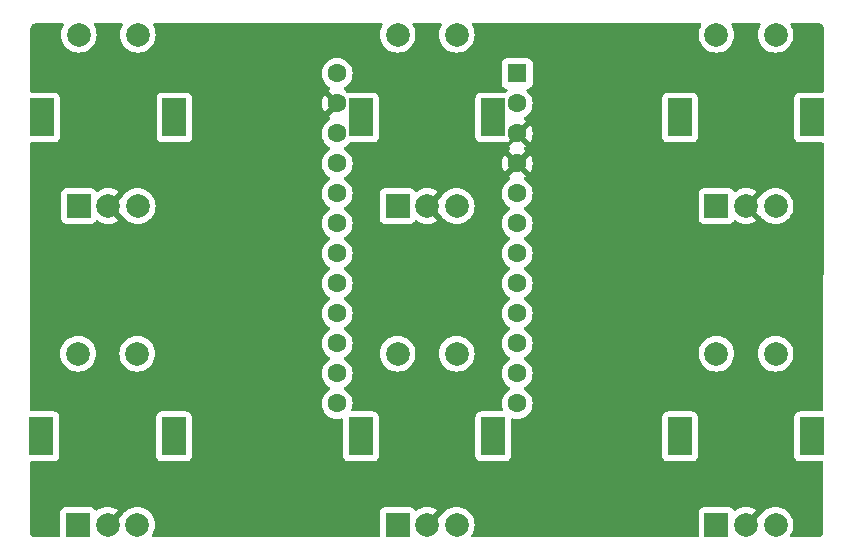
<source format=gbr>
%TF.GenerationSoftware,KiCad,Pcbnew,(6.0.1)*%
%TF.CreationDate,2022-05-09T03:02:38-04:00*%
%TF.ProjectId,RotaryEncoderHorror,526f7461-7279-4456-9e63-6f646572486f,rev?*%
%TF.SameCoordinates,Original*%
%TF.FileFunction,Copper,L2,Bot*%
%TF.FilePolarity,Positive*%
%FSLAX46Y46*%
G04 Gerber Fmt 4.6, Leading zero omitted, Abs format (unit mm)*
G04 Created by KiCad (PCBNEW (6.0.1)) date 2022-05-09 03:02:38*
%MOMM*%
%LPD*%
G01*
G04 APERTURE LIST*
%TA.AperFunction,ComponentPad*%
%ADD10C,2.000000*%
%TD*%
%TA.AperFunction,ComponentPad*%
%ADD11R,2.000000X3.200000*%
%TD*%
%TA.AperFunction,ComponentPad*%
%ADD12R,2.000000X2.000000*%
%TD*%
%TA.AperFunction,ComponentPad*%
%ADD13R,1.600000X1.600000*%
%TD*%
%TA.AperFunction,ComponentPad*%
%ADD14C,1.600000*%
%TD*%
G04 APERTURE END LIST*
D10*
%TO.P,SW6,S2,S2*%
%TO.N,unconnected-(SW6-PadS2)*%
X177000000Y-57250000D03*
%TO.P,SW6,S1,S1*%
%TO.N,unconnected-(SW6-PadS1)*%
X182000000Y-57250000D03*
D11*
%TO.P,SW6,MP*%
%TO.N,N/C*%
X185100000Y-64250000D03*
X173900000Y-64250000D03*
D10*
%TO.P,SW6,C,C*%
%TO.N,GND*%
X179500000Y-71750000D03*
%TO.P,SW6,B,B*%
%TO.N,/ROT_12*%
X182000000Y-71750000D03*
D12*
%TO.P,SW6,A,A*%
%TO.N,/ROT_11*%
X177000000Y-71750000D03*
%TD*%
%TO.P,SW3,A,A*%
%TO.N,/ROT_5*%
X122950000Y-71750000D03*
D10*
%TO.P,SW3,B,B*%
%TO.N,/ROT_6*%
X127950000Y-71750000D03*
%TO.P,SW3,C,C*%
%TO.N,GND*%
X125450000Y-71750000D03*
D11*
%TO.P,SW3,MP*%
%TO.N,N/C*%
X119850000Y-64250000D03*
X131050000Y-64250000D03*
D10*
%TO.P,SW3,S1,S1*%
%TO.N,unconnected-(SW3-PadS1)*%
X127950000Y-57250000D03*
%TO.P,SW3,S2,S2*%
%TO.N,unconnected-(SW3-PadS2)*%
X122950000Y-57250000D03*
%TD*%
%TO.P,SW4,S2,S2*%
%TO.N,unconnected-(SW4-PadS2)*%
X150000000Y-57250000D03*
%TO.P,SW4,S1,S1*%
%TO.N,unconnected-(SW4-PadS1)*%
X155000000Y-57250000D03*
D11*
%TO.P,SW4,MP*%
%TO.N,N/C*%
X146900000Y-64250000D03*
X158100000Y-64250000D03*
D10*
%TO.P,SW4,C,C*%
%TO.N,GND*%
X152500000Y-71750000D03*
%TO.P,SW4,B,B*%
%TO.N,/ROT_8*%
X155000000Y-71750000D03*
D12*
%TO.P,SW4,A,A*%
%TO.N,/ROT_7*%
X150000000Y-71750000D03*
%TD*%
%TO.P,SW5,A,A*%
%TO.N,/ROT_9*%
X177000000Y-44750000D03*
D10*
%TO.P,SW5,B,B*%
%TO.N,/ROT_10*%
X182000000Y-44750000D03*
%TO.P,SW5,C,C*%
%TO.N,GND*%
X179500000Y-44750000D03*
D11*
%TO.P,SW5,MP*%
%TO.N,N/C*%
X185100000Y-37250000D03*
X173900000Y-37250000D03*
D10*
%TO.P,SW5,S1,S1*%
%TO.N,unconnected-(SW5-PadS1)*%
X182000000Y-30250000D03*
%TO.P,SW5,S2,S2*%
%TO.N,unconnected-(SW5-PadS2)*%
X177000000Y-30250000D03*
%TD*%
D12*
%TO.P,SW1,A,A*%
%TO.N,/ROT_1*%
X123000000Y-44750000D03*
D10*
%TO.P,SW1,B,B*%
%TO.N,/ROT_2*%
X128000000Y-44750000D03*
%TO.P,SW1,C,C*%
%TO.N,GND*%
X125500000Y-44750000D03*
D11*
%TO.P,SW1,MP*%
%TO.N,N/C*%
X119900000Y-37250000D03*
X131100000Y-37250000D03*
D10*
%TO.P,SW1,S1,S1*%
%TO.N,unconnected-(SW1-PadS1)*%
X128000000Y-30250000D03*
%TO.P,SW1,S2,S2*%
%TO.N,unconnected-(SW1-PadS2)*%
X123000000Y-30250000D03*
%TD*%
D12*
%TO.P,SW2,A,A*%
%TO.N,/ROT_3*%
X150000000Y-44750000D03*
D10*
%TO.P,SW2,B,B*%
%TO.N,/ROT_4*%
X155000000Y-44750000D03*
%TO.P,SW2,C,C*%
%TO.N,GND*%
X152500000Y-44750000D03*
D11*
%TO.P,SW2,MP*%
%TO.N,N/C*%
X158100000Y-37250000D03*
X146900000Y-37250000D03*
D10*
%TO.P,SW2,S1,S1*%
%TO.N,unconnected-(SW2-PadS1)*%
X155000000Y-30250000D03*
%TO.P,SW2,S2,S2*%
%TO.N,unconnected-(SW2-PadS2)*%
X150000000Y-30250000D03*
%TD*%
D13*
%TO.P,U1,1,TX*%
%TO.N,unconnected-(U1-Pad1)*%
X160120000Y-33530000D03*
D14*
%TO.P,U1,2,RX*%
%TO.N,unconnected-(U1-Pad2)*%
X160120000Y-36070000D03*
%TO.P,U1,3,GND*%
%TO.N,GND*%
X160120000Y-38610000D03*
%TO.P,U1,4,GND*%
X160120000Y-41150000D03*
%TO.P,U1,5,SDA*%
%TO.N,unconnected-(U1-Pad5)*%
X160120000Y-43690000D03*
%TO.P,U1,6,SCL*%
%TO.N,unconnected-(U1-Pad6)*%
X160120000Y-46230000D03*
%TO.P,U1,7,D4*%
%TO.N,/ROT_7*%
X160120000Y-48770000D03*
%TO.P,U1,8,C6*%
%TO.N,/ROT_8*%
X160120000Y-51310000D03*
%TO.P,U1,9,D7*%
%TO.N,/ROT_9*%
X160120000Y-53850000D03*
%TO.P,U1,10,E6*%
%TO.N,/ROT_10*%
X160120000Y-56390000D03*
%TO.P,U1,11,B4*%
%TO.N,/ROT_12*%
X160120000Y-58930000D03*
%TO.P,U1,12,B5*%
%TO.N,/ROT_11*%
X160120000Y-61470000D03*
%TO.P,U1,13,B6*%
%TO.N,unconnected-(U1-Pad13)*%
X144880000Y-61470000D03*
%TO.P,U1,14,B2*%
%TO.N,unconnected-(U1-Pad14)*%
X144880000Y-58930000D03*
%TO.P,U1,15,B3*%
%TO.N,/ROT_6*%
X144880000Y-56390000D03*
%TO.P,U1,16,B1*%
%TO.N,/ROT_5*%
X144880000Y-53850000D03*
%TO.P,U1,17,F7*%
%TO.N,/ROT_4*%
X144880000Y-51310000D03*
%TO.P,U1,18,F6*%
%TO.N,/ROT_3*%
X144880000Y-48770000D03*
%TO.P,U1,19,F5*%
%TO.N,/ROT_1*%
X144880000Y-46230000D03*
%TO.P,U1,20,F4*%
%TO.N,/ROT_2*%
X144880000Y-43690000D03*
%TO.P,U1,21,VCC*%
%TO.N,+3V3*%
X144880000Y-41150000D03*
%TO.P,U1,22,RST*%
%TO.N,unconnected-(U1-Pad22)*%
X144880000Y-38610000D03*
%TO.P,U1,23,GND*%
%TO.N,GND*%
X144880000Y-36070000D03*
%TO.P,U1,24,RAW*%
%TO.N,unconnected-(U1-Pad24)*%
X144880000Y-33530000D03*
%TD*%
%TA.AperFunction,Conductor*%
%TO.N,GND*%
G36*
X121681819Y-29278002D02*
G01*
X121728312Y-29331658D01*
X121738416Y-29401932D01*
X121721130Y-29449835D01*
X121654351Y-29558807D01*
X121654345Y-29558818D01*
X121651760Y-29563037D01*
X121649867Y-29567607D01*
X121649865Y-29567611D01*
X121564013Y-29774878D01*
X121560895Y-29782406D01*
X121505465Y-30013289D01*
X121486835Y-30250000D01*
X121505465Y-30486711D01*
X121560895Y-30717594D01*
X121651760Y-30936963D01*
X121654346Y-30941183D01*
X121773241Y-31135202D01*
X121773245Y-31135208D01*
X121775824Y-31139416D01*
X121930031Y-31319969D01*
X122110584Y-31474176D01*
X122114792Y-31476755D01*
X122114798Y-31476759D01*
X122308817Y-31595654D01*
X122313037Y-31598240D01*
X122317607Y-31600133D01*
X122317611Y-31600135D01*
X122527833Y-31687211D01*
X122532406Y-31689105D01*
X122612609Y-31708360D01*
X122758476Y-31743380D01*
X122758482Y-31743381D01*
X122763289Y-31744535D01*
X123000000Y-31763165D01*
X123236711Y-31744535D01*
X123241518Y-31743381D01*
X123241524Y-31743380D01*
X123387391Y-31708360D01*
X123467594Y-31689105D01*
X123472167Y-31687211D01*
X123682389Y-31600135D01*
X123682393Y-31600133D01*
X123686963Y-31598240D01*
X123691183Y-31595654D01*
X123885202Y-31476759D01*
X123885208Y-31476755D01*
X123889416Y-31474176D01*
X124069969Y-31319969D01*
X124224176Y-31139416D01*
X124226755Y-31135208D01*
X124226759Y-31135202D01*
X124345654Y-30941183D01*
X124348240Y-30936963D01*
X124439105Y-30717594D01*
X124494535Y-30486711D01*
X124513165Y-30250000D01*
X124494535Y-30013289D01*
X124439105Y-29782406D01*
X124435987Y-29774878D01*
X124350135Y-29567611D01*
X124350133Y-29567607D01*
X124348240Y-29563037D01*
X124345655Y-29558818D01*
X124345649Y-29558807D01*
X124278870Y-29449835D01*
X124260331Y-29381302D01*
X124281787Y-29313625D01*
X124336426Y-29268292D01*
X124386302Y-29258000D01*
X126613698Y-29258000D01*
X126681819Y-29278002D01*
X126728312Y-29331658D01*
X126738416Y-29401932D01*
X126721130Y-29449835D01*
X126654351Y-29558807D01*
X126654345Y-29558818D01*
X126651760Y-29563037D01*
X126649867Y-29567607D01*
X126649865Y-29567611D01*
X126564013Y-29774878D01*
X126560895Y-29782406D01*
X126505465Y-30013289D01*
X126486835Y-30250000D01*
X126505465Y-30486711D01*
X126560895Y-30717594D01*
X126651760Y-30936963D01*
X126654346Y-30941183D01*
X126773241Y-31135202D01*
X126773245Y-31135208D01*
X126775824Y-31139416D01*
X126930031Y-31319969D01*
X127110584Y-31474176D01*
X127114792Y-31476755D01*
X127114798Y-31476759D01*
X127308817Y-31595654D01*
X127313037Y-31598240D01*
X127317607Y-31600133D01*
X127317611Y-31600135D01*
X127527833Y-31687211D01*
X127532406Y-31689105D01*
X127612609Y-31708360D01*
X127758476Y-31743380D01*
X127758482Y-31743381D01*
X127763289Y-31744535D01*
X128000000Y-31763165D01*
X128236711Y-31744535D01*
X128241518Y-31743381D01*
X128241524Y-31743380D01*
X128387391Y-31708360D01*
X128467594Y-31689105D01*
X128472167Y-31687211D01*
X128682389Y-31600135D01*
X128682393Y-31600133D01*
X128686963Y-31598240D01*
X128691183Y-31595654D01*
X128885202Y-31476759D01*
X128885208Y-31476755D01*
X128889416Y-31474176D01*
X129069969Y-31319969D01*
X129224176Y-31139416D01*
X129226755Y-31135208D01*
X129226759Y-31135202D01*
X129345654Y-30941183D01*
X129348240Y-30936963D01*
X129439105Y-30717594D01*
X129494535Y-30486711D01*
X129513165Y-30250000D01*
X129494535Y-30013289D01*
X129439105Y-29782406D01*
X129435987Y-29774878D01*
X129350135Y-29567611D01*
X129350133Y-29567607D01*
X129348240Y-29563037D01*
X129345655Y-29558818D01*
X129345649Y-29558807D01*
X129278870Y-29449835D01*
X129260331Y-29381302D01*
X129281787Y-29313625D01*
X129336426Y-29268292D01*
X129386302Y-29258000D01*
X148613698Y-29258000D01*
X148681819Y-29278002D01*
X148728312Y-29331658D01*
X148738416Y-29401932D01*
X148721130Y-29449835D01*
X148654351Y-29558807D01*
X148654345Y-29558818D01*
X148651760Y-29563037D01*
X148649867Y-29567607D01*
X148649865Y-29567611D01*
X148564013Y-29774878D01*
X148560895Y-29782406D01*
X148505465Y-30013289D01*
X148486835Y-30250000D01*
X148505465Y-30486711D01*
X148560895Y-30717594D01*
X148651760Y-30936963D01*
X148654346Y-30941183D01*
X148773241Y-31135202D01*
X148773245Y-31135208D01*
X148775824Y-31139416D01*
X148930031Y-31319969D01*
X149110584Y-31474176D01*
X149114792Y-31476755D01*
X149114798Y-31476759D01*
X149308817Y-31595654D01*
X149313037Y-31598240D01*
X149317607Y-31600133D01*
X149317611Y-31600135D01*
X149527833Y-31687211D01*
X149532406Y-31689105D01*
X149612609Y-31708360D01*
X149758476Y-31743380D01*
X149758482Y-31743381D01*
X149763289Y-31744535D01*
X150000000Y-31763165D01*
X150236711Y-31744535D01*
X150241518Y-31743381D01*
X150241524Y-31743380D01*
X150387391Y-31708360D01*
X150467594Y-31689105D01*
X150472167Y-31687211D01*
X150682389Y-31600135D01*
X150682393Y-31600133D01*
X150686963Y-31598240D01*
X150691183Y-31595654D01*
X150885202Y-31476759D01*
X150885208Y-31476755D01*
X150889416Y-31474176D01*
X151069969Y-31319969D01*
X151224176Y-31139416D01*
X151226755Y-31135208D01*
X151226759Y-31135202D01*
X151345654Y-30941183D01*
X151348240Y-30936963D01*
X151439105Y-30717594D01*
X151494535Y-30486711D01*
X151513165Y-30250000D01*
X151494535Y-30013289D01*
X151439105Y-29782406D01*
X151435987Y-29774878D01*
X151350135Y-29567611D01*
X151350133Y-29567607D01*
X151348240Y-29563037D01*
X151345655Y-29558818D01*
X151345649Y-29558807D01*
X151278870Y-29449835D01*
X151260331Y-29381302D01*
X151281787Y-29313625D01*
X151336426Y-29268292D01*
X151386302Y-29258000D01*
X153613698Y-29258000D01*
X153681819Y-29278002D01*
X153728312Y-29331658D01*
X153738416Y-29401932D01*
X153721130Y-29449835D01*
X153654351Y-29558807D01*
X153654345Y-29558818D01*
X153651760Y-29563037D01*
X153649867Y-29567607D01*
X153649865Y-29567611D01*
X153564013Y-29774878D01*
X153560895Y-29782406D01*
X153505465Y-30013289D01*
X153486835Y-30250000D01*
X153505465Y-30486711D01*
X153560895Y-30717594D01*
X153651760Y-30936963D01*
X153654346Y-30941183D01*
X153773241Y-31135202D01*
X153773245Y-31135208D01*
X153775824Y-31139416D01*
X153930031Y-31319969D01*
X154110584Y-31474176D01*
X154114792Y-31476755D01*
X154114798Y-31476759D01*
X154308817Y-31595654D01*
X154313037Y-31598240D01*
X154317607Y-31600133D01*
X154317611Y-31600135D01*
X154527833Y-31687211D01*
X154532406Y-31689105D01*
X154612609Y-31708360D01*
X154758476Y-31743380D01*
X154758482Y-31743381D01*
X154763289Y-31744535D01*
X155000000Y-31763165D01*
X155236711Y-31744535D01*
X155241518Y-31743381D01*
X155241524Y-31743380D01*
X155387391Y-31708360D01*
X155467594Y-31689105D01*
X155472167Y-31687211D01*
X155682389Y-31600135D01*
X155682393Y-31600133D01*
X155686963Y-31598240D01*
X155691183Y-31595654D01*
X155885202Y-31476759D01*
X155885208Y-31476755D01*
X155889416Y-31474176D01*
X156069969Y-31319969D01*
X156224176Y-31139416D01*
X156226755Y-31135208D01*
X156226759Y-31135202D01*
X156345654Y-30941183D01*
X156348240Y-30936963D01*
X156439105Y-30717594D01*
X156494535Y-30486711D01*
X156513165Y-30250000D01*
X156494535Y-30013289D01*
X156439105Y-29782406D01*
X156435987Y-29774878D01*
X156350135Y-29567611D01*
X156350133Y-29567607D01*
X156348240Y-29563037D01*
X156345655Y-29558818D01*
X156345649Y-29558807D01*
X156278870Y-29449835D01*
X156260331Y-29381302D01*
X156281787Y-29313625D01*
X156336426Y-29268292D01*
X156386302Y-29258000D01*
X175613698Y-29258000D01*
X175681819Y-29278002D01*
X175728312Y-29331658D01*
X175738416Y-29401932D01*
X175721130Y-29449835D01*
X175654351Y-29558807D01*
X175654345Y-29558818D01*
X175651760Y-29563037D01*
X175649867Y-29567607D01*
X175649865Y-29567611D01*
X175564013Y-29774878D01*
X175560895Y-29782406D01*
X175505465Y-30013289D01*
X175486835Y-30250000D01*
X175505465Y-30486711D01*
X175560895Y-30717594D01*
X175651760Y-30936963D01*
X175654346Y-30941183D01*
X175773241Y-31135202D01*
X175773245Y-31135208D01*
X175775824Y-31139416D01*
X175930031Y-31319969D01*
X176110584Y-31474176D01*
X176114792Y-31476755D01*
X176114798Y-31476759D01*
X176308817Y-31595654D01*
X176313037Y-31598240D01*
X176317607Y-31600133D01*
X176317611Y-31600135D01*
X176527833Y-31687211D01*
X176532406Y-31689105D01*
X176612609Y-31708360D01*
X176758476Y-31743380D01*
X176758482Y-31743381D01*
X176763289Y-31744535D01*
X177000000Y-31763165D01*
X177236711Y-31744535D01*
X177241518Y-31743381D01*
X177241524Y-31743380D01*
X177387391Y-31708360D01*
X177467594Y-31689105D01*
X177472167Y-31687211D01*
X177682389Y-31600135D01*
X177682393Y-31600133D01*
X177686963Y-31598240D01*
X177691183Y-31595654D01*
X177885202Y-31476759D01*
X177885208Y-31476755D01*
X177889416Y-31474176D01*
X178069969Y-31319969D01*
X178224176Y-31139416D01*
X178226755Y-31135208D01*
X178226759Y-31135202D01*
X178345654Y-30941183D01*
X178348240Y-30936963D01*
X178439105Y-30717594D01*
X178494535Y-30486711D01*
X178513165Y-30250000D01*
X178494535Y-30013289D01*
X178439105Y-29782406D01*
X178435987Y-29774878D01*
X178350135Y-29567611D01*
X178350133Y-29567607D01*
X178348240Y-29563037D01*
X178345655Y-29558818D01*
X178345649Y-29558807D01*
X178278870Y-29449835D01*
X178260331Y-29381302D01*
X178281787Y-29313625D01*
X178336426Y-29268292D01*
X178386302Y-29258000D01*
X180613698Y-29258000D01*
X180681819Y-29278002D01*
X180728312Y-29331658D01*
X180738416Y-29401932D01*
X180721130Y-29449835D01*
X180654351Y-29558807D01*
X180654345Y-29558818D01*
X180651760Y-29563037D01*
X180649867Y-29567607D01*
X180649865Y-29567611D01*
X180564013Y-29774878D01*
X180560895Y-29782406D01*
X180505465Y-30013289D01*
X180486835Y-30250000D01*
X180505465Y-30486711D01*
X180560895Y-30717594D01*
X180651760Y-30936963D01*
X180654346Y-30941183D01*
X180773241Y-31135202D01*
X180773245Y-31135208D01*
X180775824Y-31139416D01*
X180930031Y-31319969D01*
X181110584Y-31474176D01*
X181114792Y-31476755D01*
X181114798Y-31476759D01*
X181308817Y-31595654D01*
X181313037Y-31598240D01*
X181317607Y-31600133D01*
X181317611Y-31600135D01*
X181527833Y-31687211D01*
X181532406Y-31689105D01*
X181612609Y-31708360D01*
X181758476Y-31743380D01*
X181758482Y-31743381D01*
X181763289Y-31744535D01*
X182000000Y-31763165D01*
X182236711Y-31744535D01*
X182241518Y-31743381D01*
X182241524Y-31743380D01*
X182387391Y-31708360D01*
X182467594Y-31689105D01*
X182472167Y-31687211D01*
X182682389Y-31600135D01*
X182682393Y-31600133D01*
X182686963Y-31598240D01*
X182691183Y-31595654D01*
X182885202Y-31476759D01*
X182885208Y-31476755D01*
X182889416Y-31474176D01*
X183069969Y-31319969D01*
X183224176Y-31139416D01*
X183226755Y-31135208D01*
X183226759Y-31135202D01*
X183345654Y-30941183D01*
X183348240Y-30936963D01*
X183439105Y-30717594D01*
X183494535Y-30486711D01*
X183513165Y-30250000D01*
X183494535Y-30013289D01*
X183439105Y-29782406D01*
X183435987Y-29774878D01*
X183350135Y-29567611D01*
X183350133Y-29567607D01*
X183348240Y-29563037D01*
X183345655Y-29558818D01*
X183345649Y-29558807D01*
X183278870Y-29449835D01*
X183260331Y-29381302D01*
X183281787Y-29313625D01*
X183336426Y-29268292D01*
X183386302Y-29258000D01*
X185550673Y-29258000D01*
X185570057Y-29259500D01*
X185584858Y-29261805D01*
X185584862Y-29261805D01*
X185593731Y-29263186D01*
X185602633Y-29262022D01*
X185602637Y-29262022D01*
X185602733Y-29262009D01*
X185633170Y-29261738D01*
X185695375Y-29268746D01*
X185722882Y-29275024D01*
X185800071Y-29302034D01*
X185825491Y-29314276D01*
X185894738Y-29357787D01*
X185916797Y-29375379D01*
X185974621Y-29433203D01*
X185992213Y-29455262D01*
X186035724Y-29524509D01*
X186047966Y-29549930D01*
X186074975Y-29627117D01*
X186081254Y-29654624D01*
X186087522Y-29710251D01*
X186088305Y-29725897D01*
X186088196Y-29734854D01*
X186086814Y-29743729D01*
X186087979Y-29752636D01*
X186090887Y-29774878D01*
X186091951Y-29791363D01*
X186088554Y-32681866D01*
X186085835Y-34996434D01*
X186085812Y-35015648D01*
X186065730Y-35083745D01*
X186012020Y-35130175D01*
X185959812Y-35141500D01*
X184051866Y-35141500D01*
X183989684Y-35148255D01*
X183853295Y-35199385D01*
X183736739Y-35286739D01*
X183649385Y-35403295D01*
X183598255Y-35539684D01*
X183591500Y-35601866D01*
X183591500Y-38898134D01*
X183598255Y-38960316D01*
X183649385Y-39096705D01*
X183736739Y-39213261D01*
X183853295Y-39300615D01*
X183989684Y-39351745D01*
X184051866Y-39358500D01*
X185954561Y-39358500D01*
X186022682Y-39378502D01*
X186069175Y-39432158D01*
X186080561Y-39484647D01*
X186054197Y-61919243D01*
X186054084Y-62015648D01*
X186034002Y-62083745D01*
X185980292Y-62130175D01*
X185928084Y-62141500D01*
X184051866Y-62141500D01*
X183989684Y-62148255D01*
X183853295Y-62199385D01*
X183736739Y-62286739D01*
X183649385Y-62403295D01*
X183598255Y-62539684D01*
X183591500Y-62601866D01*
X183591500Y-65898134D01*
X183598255Y-65960316D01*
X183649385Y-66096705D01*
X183736739Y-66213261D01*
X183853295Y-66300615D01*
X183989684Y-66351745D01*
X184051866Y-66358500D01*
X185922833Y-66358500D01*
X185990954Y-66378502D01*
X186037447Y-66432158D01*
X186048833Y-66484648D01*
X186042057Y-72250452D01*
X186040557Y-72269687D01*
X186038195Y-72284855D01*
X186038195Y-72284862D01*
X186036814Y-72293731D01*
X186037978Y-72302633D01*
X186037978Y-72302637D01*
X186037991Y-72302733D01*
X186038262Y-72333170D01*
X186031254Y-72395375D01*
X186024976Y-72422882D01*
X185997966Y-72500070D01*
X185997966Y-72500071D01*
X185985724Y-72525491D01*
X185942213Y-72594738D01*
X185924621Y-72616797D01*
X185866797Y-72674621D01*
X185844738Y-72692213D01*
X185775491Y-72735724D01*
X185750070Y-72747966D01*
X185672883Y-72774975D01*
X185645376Y-72781254D01*
X185621428Y-72783952D01*
X185589744Y-72787522D01*
X185574103Y-72788305D01*
X185565145Y-72788196D01*
X185556271Y-72786814D01*
X185524750Y-72790936D01*
X185508412Y-72792000D01*
X183355662Y-72792000D01*
X183287541Y-72771998D01*
X183241048Y-72718342D01*
X183230944Y-72648068D01*
X183248230Y-72600165D01*
X183345649Y-72441193D01*
X183345655Y-72441182D01*
X183348240Y-72436963D01*
X183354072Y-72422885D01*
X183437211Y-72222167D01*
X183437212Y-72222165D01*
X183439105Y-72217594D01*
X183479563Y-72049076D01*
X183493380Y-71991524D01*
X183493381Y-71991518D01*
X183494535Y-71986711D01*
X183513165Y-71750000D01*
X183494535Y-71513289D01*
X183439105Y-71282406D01*
X183348240Y-71063037D01*
X183345654Y-71058817D01*
X183226759Y-70864798D01*
X183226755Y-70864792D01*
X183224176Y-70860584D01*
X183069969Y-70680031D01*
X182889416Y-70525824D01*
X182885208Y-70523245D01*
X182885202Y-70523241D01*
X182691183Y-70404346D01*
X182686963Y-70401760D01*
X182682393Y-70399867D01*
X182682389Y-70399865D01*
X182472167Y-70312789D01*
X182472165Y-70312788D01*
X182467594Y-70310895D01*
X182387391Y-70291640D01*
X182241524Y-70256620D01*
X182241518Y-70256619D01*
X182236711Y-70255465D01*
X182000000Y-70236835D01*
X181763289Y-70255465D01*
X181758482Y-70256619D01*
X181758476Y-70256620D01*
X181612609Y-70291640D01*
X181532406Y-70310895D01*
X181527835Y-70312788D01*
X181527833Y-70312789D01*
X181317611Y-70399865D01*
X181317607Y-70399867D01*
X181313037Y-70401760D01*
X181308817Y-70404346D01*
X181114798Y-70523241D01*
X181114792Y-70523245D01*
X181110584Y-70525824D01*
X180930031Y-70680031D01*
X180926823Y-70683787D01*
X180791247Y-70842526D01*
X180745314Y-70876402D01*
X180723332Y-70885878D01*
X179589095Y-72020115D01*
X179526783Y-72054141D01*
X179455968Y-72049076D01*
X179410905Y-72020115D01*
X179229885Y-71839095D01*
X179195859Y-71776783D01*
X179200924Y-71705968D01*
X179229885Y-71660905D01*
X180361080Y-70529710D01*
X180367840Y-70517330D01*
X180362113Y-70509680D01*
X180190958Y-70404795D01*
X180182163Y-70400313D01*
X179972012Y-70313266D01*
X179962627Y-70310217D01*
X179741446Y-70257115D01*
X179731699Y-70255572D01*
X179504930Y-70237725D01*
X179495070Y-70237725D01*
X179268301Y-70255572D01*
X179258554Y-70257115D01*
X179037373Y-70310217D01*
X179027988Y-70313266D01*
X178817837Y-70400313D01*
X178809042Y-70404795D01*
X178610879Y-70526230D01*
X178609604Y-70524149D01*
X178552261Y-70544720D01*
X178483082Y-70528758D01*
X178444026Y-70494503D01*
X178368643Y-70393920D01*
X178368642Y-70393919D01*
X178363261Y-70386739D01*
X178246705Y-70299385D01*
X178110316Y-70248255D01*
X178048134Y-70241500D01*
X175951866Y-70241500D01*
X175889684Y-70248255D01*
X175753295Y-70299385D01*
X175636739Y-70386739D01*
X175549385Y-70503295D01*
X175498255Y-70639684D01*
X175491500Y-70701866D01*
X175491500Y-72666000D01*
X175471498Y-72734121D01*
X175417842Y-72780614D01*
X175365500Y-72792000D01*
X156355662Y-72792000D01*
X156287541Y-72771998D01*
X156241048Y-72718342D01*
X156230944Y-72648068D01*
X156248230Y-72600165D01*
X156345649Y-72441193D01*
X156345655Y-72441182D01*
X156348240Y-72436963D01*
X156354072Y-72422885D01*
X156437211Y-72222167D01*
X156437212Y-72222165D01*
X156439105Y-72217594D01*
X156479563Y-72049076D01*
X156493380Y-71991524D01*
X156493381Y-71991518D01*
X156494535Y-71986711D01*
X156513165Y-71750000D01*
X156494535Y-71513289D01*
X156439105Y-71282406D01*
X156348240Y-71063037D01*
X156345654Y-71058817D01*
X156226759Y-70864798D01*
X156226755Y-70864792D01*
X156224176Y-70860584D01*
X156069969Y-70680031D01*
X155889416Y-70525824D01*
X155885208Y-70523245D01*
X155885202Y-70523241D01*
X155691183Y-70404346D01*
X155686963Y-70401760D01*
X155682393Y-70399867D01*
X155682389Y-70399865D01*
X155472167Y-70312789D01*
X155472165Y-70312788D01*
X155467594Y-70310895D01*
X155387391Y-70291640D01*
X155241524Y-70256620D01*
X155241518Y-70256619D01*
X155236711Y-70255465D01*
X155000000Y-70236835D01*
X154763289Y-70255465D01*
X154758482Y-70256619D01*
X154758476Y-70256620D01*
X154612609Y-70291640D01*
X154532406Y-70310895D01*
X154527835Y-70312788D01*
X154527833Y-70312789D01*
X154317611Y-70399865D01*
X154317607Y-70399867D01*
X154313037Y-70401760D01*
X154308817Y-70404346D01*
X154114798Y-70523241D01*
X154114792Y-70523245D01*
X154110584Y-70525824D01*
X153930031Y-70680031D01*
X153926823Y-70683787D01*
X153791247Y-70842526D01*
X153745314Y-70876402D01*
X153723332Y-70885878D01*
X152589095Y-72020115D01*
X152526783Y-72054141D01*
X152455968Y-72049076D01*
X152410905Y-72020115D01*
X152229885Y-71839095D01*
X152195859Y-71776783D01*
X152200924Y-71705968D01*
X152229885Y-71660905D01*
X153361080Y-70529710D01*
X153367840Y-70517330D01*
X153362113Y-70509680D01*
X153190958Y-70404795D01*
X153182163Y-70400313D01*
X152972012Y-70313266D01*
X152962627Y-70310217D01*
X152741446Y-70257115D01*
X152731699Y-70255572D01*
X152504930Y-70237725D01*
X152495070Y-70237725D01*
X152268301Y-70255572D01*
X152258554Y-70257115D01*
X152037373Y-70310217D01*
X152027988Y-70313266D01*
X151817837Y-70400313D01*
X151809042Y-70404795D01*
X151610879Y-70526230D01*
X151609604Y-70524149D01*
X151552261Y-70544720D01*
X151483082Y-70528758D01*
X151444026Y-70494503D01*
X151368643Y-70393920D01*
X151368642Y-70393919D01*
X151363261Y-70386739D01*
X151246705Y-70299385D01*
X151110316Y-70248255D01*
X151048134Y-70241500D01*
X148951866Y-70241500D01*
X148889684Y-70248255D01*
X148753295Y-70299385D01*
X148636739Y-70386739D01*
X148549385Y-70503295D01*
X148498255Y-70639684D01*
X148491500Y-70701866D01*
X148491500Y-72666000D01*
X148471498Y-72734121D01*
X148417842Y-72780614D01*
X148365500Y-72792000D01*
X129305662Y-72792000D01*
X129237541Y-72771998D01*
X129191048Y-72718342D01*
X129180944Y-72648068D01*
X129198230Y-72600165D01*
X129295649Y-72441193D01*
X129295655Y-72441182D01*
X129298240Y-72436963D01*
X129304072Y-72422885D01*
X129387211Y-72222167D01*
X129387212Y-72222165D01*
X129389105Y-72217594D01*
X129429563Y-72049076D01*
X129443380Y-71991524D01*
X129443381Y-71991518D01*
X129444535Y-71986711D01*
X129463165Y-71750000D01*
X129444535Y-71513289D01*
X129389105Y-71282406D01*
X129298240Y-71063037D01*
X129295654Y-71058817D01*
X129176759Y-70864798D01*
X129176755Y-70864792D01*
X129174176Y-70860584D01*
X129019969Y-70680031D01*
X128839416Y-70525824D01*
X128835208Y-70523245D01*
X128835202Y-70523241D01*
X128641183Y-70404346D01*
X128636963Y-70401760D01*
X128632393Y-70399867D01*
X128632389Y-70399865D01*
X128422167Y-70312789D01*
X128422165Y-70312788D01*
X128417594Y-70310895D01*
X128337391Y-70291640D01*
X128191524Y-70256620D01*
X128191518Y-70256619D01*
X128186711Y-70255465D01*
X127950000Y-70236835D01*
X127713289Y-70255465D01*
X127708482Y-70256619D01*
X127708476Y-70256620D01*
X127562609Y-70291640D01*
X127482406Y-70310895D01*
X127477835Y-70312788D01*
X127477833Y-70312789D01*
X127267611Y-70399865D01*
X127267607Y-70399867D01*
X127263037Y-70401760D01*
X127258817Y-70404346D01*
X127064798Y-70523241D01*
X127064792Y-70523245D01*
X127060584Y-70525824D01*
X126880031Y-70680031D01*
X126876823Y-70683787D01*
X126741247Y-70842526D01*
X126695314Y-70876402D01*
X126673332Y-70885878D01*
X125539095Y-72020115D01*
X125476783Y-72054141D01*
X125405968Y-72049076D01*
X125360905Y-72020115D01*
X125179885Y-71839095D01*
X125145859Y-71776783D01*
X125150924Y-71705968D01*
X125179885Y-71660905D01*
X126311080Y-70529710D01*
X126317840Y-70517330D01*
X126312113Y-70509680D01*
X126140958Y-70404795D01*
X126132163Y-70400313D01*
X125922012Y-70313266D01*
X125912627Y-70310217D01*
X125691446Y-70257115D01*
X125681699Y-70255572D01*
X125454930Y-70237725D01*
X125445070Y-70237725D01*
X125218301Y-70255572D01*
X125208554Y-70257115D01*
X124987373Y-70310217D01*
X124977988Y-70313266D01*
X124767837Y-70400313D01*
X124759042Y-70404795D01*
X124560879Y-70526230D01*
X124559604Y-70524149D01*
X124502261Y-70544720D01*
X124433082Y-70528758D01*
X124394026Y-70494503D01*
X124318643Y-70393920D01*
X124318642Y-70393919D01*
X124313261Y-70386739D01*
X124196705Y-70299385D01*
X124060316Y-70248255D01*
X123998134Y-70241500D01*
X121901866Y-70241500D01*
X121839684Y-70248255D01*
X121703295Y-70299385D01*
X121586739Y-70386739D01*
X121499385Y-70503295D01*
X121448255Y-70639684D01*
X121441500Y-70701866D01*
X121441500Y-72666000D01*
X121421498Y-72734121D01*
X121367842Y-72780614D01*
X121315500Y-72792000D01*
X119399327Y-72792000D01*
X119379943Y-72790500D01*
X119365142Y-72788195D01*
X119365138Y-72788195D01*
X119356269Y-72786814D01*
X119347367Y-72787978D01*
X119347363Y-72787978D01*
X119347267Y-72787991D01*
X119316830Y-72788262D01*
X119254625Y-72781254D01*
X119227118Y-72774976D01*
X119149928Y-72747966D01*
X119124509Y-72735724D01*
X119055262Y-72692213D01*
X119033203Y-72674621D01*
X118975379Y-72616797D01*
X118957787Y-72594738D01*
X118914276Y-72525491D01*
X118902034Y-72500070D01*
X118875025Y-72422883D01*
X118868746Y-72395376D01*
X118862478Y-72339749D01*
X118861695Y-72324103D01*
X118861804Y-72315146D01*
X118863186Y-72306271D01*
X118860726Y-72287460D01*
X118859113Y-72275122D01*
X118858049Y-72258637D01*
X118864834Y-66484352D01*
X118884916Y-66416255D01*
X118938626Y-66369825D01*
X118990834Y-66358500D01*
X120898134Y-66358500D01*
X120960316Y-66351745D01*
X121096705Y-66300615D01*
X121213261Y-66213261D01*
X121300615Y-66096705D01*
X121351745Y-65960316D01*
X121358500Y-65898134D01*
X129541500Y-65898134D01*
X129548255Y-65960316D01*
X129599385Y-66096705D01*
X129686739Y-66213261D01*
X129803295Y-66300615D01*
X129939684Y-66351745D01*
X130001866Y-66358500D01*
X132098134Y-66358500D01*
X132160316Y-66351745D01*
X132296705Y-66300615D01*
X132413261Y-66213261D01*
X132500615Y-66096705D01*
X132551745Y-65960316D01*
X132558500Y-65898134D01*
X132558500Y-62601866D01*
X132551745Y-62539684D01*
X132500615Y-62403295D01*
X132413261Y-62286739D01*
X132296705Y-62199385D01*
X132160316Y-62148255D01*
X132098134Y-62141500D01*
X130001866Y-62141500D01*
X129939684Y-62148255D01*
X129803295Y-62199385D01*
X129686739Y-62286739D01*
X129599385Y-62403295D01*
X129548255Y-62539684D01*
X129541500Y-62601866D01*
X129541500Y-65898134D01*
X121358500Y-65898134D01*
X121358500Y-62601866D01*
X121351745Y-62539684D01*
X121300615Y-62403295D01*
X121213261Y-62286739D01*
X121096705Y-62199385D01*
X120960316Y-62148255D01*
X120898134Y-62141500D01*
X118996085Y-62141500D01*
X118927964Y-62121498D01*
X118881471Y-62067842D01*
X118870085Y-62015352D01*
X118870148Y-61962251D01*
X118870726Y-61470000D01*
X143566502Y-61470000D01*
X143586457Y-61698087D01*
X143645716Y-61919243D01*
X143648039Y-61924224D01*
X143648039Y-61924225D01*
X143740151Y-62121762D01*
X143740154Y-62121767D01*
X143742477Y-62126749D01*
X143797109Y-62204771D01*
X143854504Y-62286739D01*
X143873802Y-62314300D01*
X144035700Y-62476198D01*
X144040208Y-62479355D01*
X144040211Y-62479357D01*
X144115800Y-62532285D01*
X144223251Y-62607523D01*
X144228233Y-62609846D01*
X144228238Y-62609849D01*
X144368499Y-62675253D01*
X144430757Y-62704284D01*
X144436065Y-62705706D01*
X144436067Y-62705707D01*
X144646598Y-62762119D01*
X144646600Y-62762119D01*
X144651913Y-62763543D01*
X144880000Y-62783498D01*
X145108087Y-62763543D01*
X145232889Y-62730102D01*
X145303865Y-62731792D01*
X145362661Y-62771586D01*
X145390609Y-62836850D01*
X145391500Y-62851809D01*
X145391500Y-65898134D01*
X145398255Y-65960316D01*
X145449385Y-66096705D01*
X145536739Y-66213261D01*
X145653295Y-66300615D01*
X145789684Y-66351745D01*
X145851866Y-66358500D01*
X147948134Y-66358500D01*
X148010316Y-66351745D01*
X148146705Y-66300615D01*
X148263261Y-66213261D01*
X148350615Y-66096705D01*
X148401745Y-65960316D01*
X148408500Y-65898134D01*
X156591500Y-65898134D01*
X156598255Y-65960316D01*
X156649385Y-66096705D01*
X156736739Y-66213261D01*
X156853295Y-66300615D01*
X156989684Y-66351745D01*
X157051866Y-66358500D01*
X159148134Y-66358500D01*
X159210316Y-66351745D01*
X159346705Y-66300615D01*
X159463261Y-66213261D01*
X159550615Y-66096705D01*
X159601745Y-65960316D01*
X159608500Y-65898134D01*
X172391500Y-65898134D01*
X172398255Y-65960316D01*
X172449385Y-66096705D01*
X172536739Y-66213261D01*
X172653295Y-66300615D01*
X172789684Y-66351745D01*
X172851866Y-66358500D01*
X174948134Y-66358500D01*
X175010316Y-66351745D01*
X175146705Y-66300615D01*
X175263261Y-66213261D01*
X175350615Y-66096705D01*
X175401745Y-65960316D01*
X175408500Y-65898134D01*
X175408500Y-62601866D01*
X175401745Y-62539684D01*
X175350615Y-62403295D01*
X175263261Y-62286739D01*
X175146705Y-62199385D01*
X175010316Y-62148255D01*
X174948134Y-62141500D01*
X172851866Y-62141500D01*
X172789684Y-62148255D01*
X172653295Y-62199385D01*
X172536739Y-62286739D01*
X172449385Y-62403295D01*
X172398255Y-62539684D01*
X172391500Y-62601866D01*
X172391500Y-65898134D01*
X159608500Y-65898134D01*
X159608500Y-62851809D01*
X159628502Y-62783688D01*
X159682158Y-62737195D01*
X159752432Y-62727091D01*
X159767105Y-62730101D01*
X159891913Y-62763543D01*
X160120000Y-62783498D01*
X160348087Y-62763543D01*
X160353400Y-62762119D01*
X160353402Y-62762119D01*
X160563933Y-62705707D01*
X160563935Y-62705706D01*
X160569243Y-62704284D01*
X160631501Y-62675253D01*
X160771762Y-62609849D01*
X160771767Y-62609846D01*
X160776749Y-62607523D01*
X160884200Y-62532285D01*
X160959789Y-62479357D01*
X160959792Y-62479355D01*
X160964300Y-62476198D01*
X161126198Y-62314300D01*
X161145497Y-62286739D01*
X161202891Y-62204771D01*
X161257523Y-62126749D01*
X161259846Y-62121767D01*
X161259849Y-62121762D01*
X161351961Y-61924225D01*
X161351961Y-61924224D01*
X161354284Y-61919243D01*
X161413543Y-61698087D01*
X161433498Y-61470000D01*
X161413543Y-61241913D01*
X161354284Y-61020757D01*
X161351961Y-61015775D01*
X161259849Y-60818238D01*
X161259846Y-60818233D01*
X161257523Y-60813251D01*
X161126198Y-60625700D01*
X160964300Y-60463802D01*
X160959792Y-60460645D01*
X160959789Y-60460643D01*
X160881611Y-60405902D01*
X160776749Y-60332477D01*
X160771767Y-60330154D01*
X160771762Y-60330151D01*
X160737543Y-60314195D01*
X160684258Y-60267278D01*
X160664797Y-60199001D01*
X160685339Y-60131041D01*
X160737543Y-60085805D01*
X160771762Y-60069849D01*
X160771767Y-60069846D01*
X160776749Y-60067523D01*
X160881611Y-59994098D01*
X160959789Y-59939357D01*
X160959792Y-59939355D01*
X160964300Y-59936198D01*
X161126198Y-59774300D01*
X161257523Y-59586749D01*
X161259846Y-59581767D01*
X161259849Y-59581762D01*
X161351961Y-59384225D01*
X161351961Y-59384224D01*
X161354284Y-59379243D01*
X161413543Y-59158087D01*
X161433498Y-58930000D01*
X161413543Y-58701913D01*
X161409604Y-58687211D01*
X161355707Y-58486067D01*
X161355706Y-58486065D01*
X161354284Y-58480757D01*
X161279308Y-58319969D01*
X161259849Y-58278238D01*
X161259846Y-58278233D01*
X161257523Y-58273251D01*
X161166443Y-58143175D01*
X161129357Y-58090211D01*
X161129355Y-58090208D01*
X161126198Y-58085700D01*
X160964300Y-57923802D01*
X160959792Y-57920645D01*
X160959789Y-57920643D01*
X160881611Y-57865902D01*
X160776749Y-57792477D01*
X160771767Y-57790154D01*
X160771762Y-57790151D01*
X160737543Y-57774195D01*
X160684258Y-57727278D01*
X160664797Y-57659001D01*
X160685339Y-57591041D01*
X160737543Y-57545805D01*
X160771762Y-57529849D01*
X160771767Y-57529846D01*
X160776749Y-57527523D01*
X160881611Y-57454098D01*
X160959789Y-57399357D01*
X160959792Y-57399355D01*
X160964300Y-57396198D01*
X161110498Y-57250000D01*
X175486835Y-57250000D01*
X175505465Y-57486711D01*
X175560895Y-57717594D01*
X175562788Y-57722165D01*
X175562789Y-57722167D01*
X175647923Y-57927699D01*
X175651760Y-57936963D01*
X175654346Y-57941183D01*
X175773241Y-58135202D01*
X175773245Y-58135208D01*
X175775824Y-58139416D01*
X175930031Y-58319969D01*
X176110584Y-58474176D01*
X176114792Y-58476755D01*
X176114798Y-58476759D01*
X176308817Y-58595654D01*
X176313037Y-58598240D01*
X176317607Y-58600133D01*
X176317611Y-58600135D01*
X176527833Y-58687211D01*
X176532406Y-58689105D01*
X176608581Y-58707393D01*
X176758476Y-58743380D01*
X176758482Y-58743381D01*
X176763289Y-58744535D01*
X177000000Y-58763165D01*
X177236711Y-58744535D01*
X177241518Y-58743381D01*
X177241524Y-58743380D01*
X177391419Y-58707393D01*
X177467594Y-58689105D01*
X177472167Y-58687211D01*
X177682389Y-58600135D01*
X177682393Y-58600133D01*
X177686963Y-58598240D01*
X177691183Y-58595654D01*
X177885202Y-58476759D01*
X177885208Y-58476755D01*
X177889416Y-58474176D01*
X178069969Y-58319969D01*
X178224176Y-58139416D01*
X178226755Y-58135208D01*
X178226759Y-58135202D01*
X178345654Y-57941183D01*
X178348240Y-57936963D01*
X178352078Y-57927699D01*
X178437211Y-57722167D01*
X178437212Y-57722165D01*
X178439105Y-57717594D01*
X178494535Y-57486711D01*
X178513165Y-57250000D01*
X180486835Y-57250000D01*
X180505465Y-57486711D01*
X180560895Y-57717594D01*
X180562788Y-57722165D01*
X180562789Y-57722167D01*
X180647923Y-57927699D01*
X180651760Y-57936963D01*
X180654346Y-57941183D01*
X180773241Y-58135202D01*
X180773245Y-58135208D01*
X180775824Y-58139416D01*
X180930031Y-58319969D01*
X181110584Y-58474176D01*
X181114792Y-58476755D01*
X181114798Y-58476759D01*
X181308817Y-58595654D01*
X181313037Y-58598240D01*
X181317607Y-58600133D01*
X181317611Y-58600135D01*
X181527833Y-58687211D01*
X181532406Y-58689105D01*
X181608581Y-58707393D01*
X181758476Y-58743380D01*
X181758482Y-58743381D01*
X181763289Y-58744535D01*
X182000000Y-58763165D01*
X182236711Y-58744535D01*
X182241518Y-58743381D01*
X182241524Y-58743380D01*
X182391419Y-58707393D01*
X182467594Y-58689105D01*
X182472167Y-58687211D01*
X182682389Y-58600135D01*
X182682393Y-58600133D01*
X182686963Y-58598240D01*
X182691183Y-58595654D01*
X182885202Y-58476759D01*
X182885208Y-58476755D01*
X182889416Y-58474176D01*
X183069969Y-58319969D01*
X183224176Y-58139416D01*
X183226755Y-58135208D01*
X183226759Y-58135202D01*
X183345654Y-57941183D01*
X183348240Y-57936963D01*
X183352078Y-57927699D01*
X183437211Y-57722167D01*
X183437212Y-57722165D01*
X183439105Y-57717594D01*
X183494535Y-57486711D01*
X183513165Y-57250000D01*
X183494535Y-57013289D01*
X183439105Y-56782406D01*
X183373244Y-56623402D01*
X183350135Y-56567611D01*
X183350133Y-56567607D01*
X183348240Y-56563037D01*
X183345654Y-56558817D01*
X183226759Y-56364798D01*
X183226755Y-56364792D01*
X183224176Y-56360584D01*
X183069969Y-56180031D01*
X182889416Y-56025824D01*
X182885208Y-56023245D01*
X182885202Y-56023241D01*
X182691183Y-55904346D01*
X182686963Y-55901760D01*
X182682393Y-55899867D01*
X182682389Y-55899865D01*
X182472167Y-55812789D01*
X182472165Y-55812788D01*
X182467594Y-55810895D01*
X182387391Y-55791640D01*
X182241524Y-55756620D01*
X182241518Y-55756619D01*
X182236711Y-55755465D01*
X182000000Y-55736835D01*
X181763289Y-55755465D01*
X181758482Y-55756619D01*
X181758476Y-55756620D01*
X181612609Y-55791640D01*
X181532406Y-55810895D01*
X181527835Y-55812788D01*
X181527833Y-55812789D01*
X181317611Y-55899865D01*
X181317607Y-55899867D01*
X181313037Y-55901760D01*
X181308817Y-55904346D01*
X181114798Y-56023241D01*
X181114792Y-56023245D01*
X181110584Y-56025824D01*
X180930031Y-56180031D01*
X180775824Y-56360584D01*
X180773245Y-56364792D01*
X180773241Y-56364798D01*
X180654346Y-56558817D01*
X180651760Y-56563037D01*
X180649867Y-56567607D01*
X180649865Y-56567611D01*
X180626756Y-56623402D01*
X180560895Y-56782406D01*
X180505465Y-57013289D01*
X180486835Y-57250000D01*
X178513165Y-57250000D01*
X178494535Y-57013289D01*
X178439105Y-56782406D01*
X178373244Y-56623402D01*
X178350135Y-56567611D01*
X178350133Y-56567607D01*
X178348240Y-56563037D01*
X178345654Y-56558817D01*
X178226759Y-56364798D01*
X178226755Y-56364792D01*
X178224176Y-56360584D01*
X178069969Y-56180031D01*
X177889416Y-56025824D01*
X177885208Y-56023245D01*
X177885202Y-56023241D01*
X177691183Y-55904346D01*
X177686963Y-55901760D01*
X177682393Y-55899867D01*
X177682389Y-55899865D01*
X177472167Y-55812789D01*
X177472165Y-55812788D01*
X177467594Y-55810895D01*
X177387391Y-55791640D01*
X177241524Y-55756620D01*
X177241518Y-55756619D01*
X177236711Y-55755465D01*
X177000000Y-55736835D01*
X176763289Y-55755465D01*
X176758482Y-55756619D01*
X176758476Y-55756620D01*
X176612609Y-55791640D01*
X176532406Y-55810895D01*
X176527835Y-55812788D01*
X176527833Y-55812789D01*
X176317611Y-55899865D01*
X176317607Y-55899867D01*
X176313037Y-55901760D01*
X176308817Y-55904346D01*
X176114798Y-56023241D01*
X176114792Y-56023245D01*
X176110584Y-56025824D01*
X175930031Y-56180031D01*
X175775824Y-56360584D01*
X175773245Y-56364792D01*
X175773241Y-56364798D01*
X175654346Y-56558817D01*
X175651760Y-56563037D01*
X175649867Y-56567607D01*
X175649865Y-56567611D01*
X175626756Y-56623402D01*
X175560895Y-56782406D01*
X175505465Y-57013289D01*
X175486835Y-57250000D01*
X161110498Y-57250000D01*
X161126198Y-57234300D01*
X161257523Y-57046749D01*
X161259846Y-57041767D01*
X161259849Y-57041762D01*
X161351961Y-56844225D01*
X161351961Y-56844224D01*
X161354284Y-56839243D01*
X161413543Y-56618087D01*
X161433498Y-56390000D01*
X161413543Y-56161913D01*
X161354284Y-55940757D01*
X161351961Y-55935775D01*
X161259849Y-55738238D01*
X161259846Y-55738233D01*
X161257523Y-55733251D01*
X161126198Y-55545700D01*
X160964300Y-55383802D01*
X160959792Y-55380645D01*
X160959789Y-55380643D01*
X160881611Y-55325902D01*
X160776749Y-55252477D01*
X160771767Y-55250154D01*
X160771762Y-55250151D01*
X160737543Y-55234195D01*
X160684258Y-55187278D01*
X160664797Y-55119001D01*
X160685339Y-55051041D01*
X160737543Y-55005805D01*
X160771762Y-54989849D01*
X160771767Y-54989846D01*
X160776749Y-54987523D01*
X160881611Y-54914098D01*
X160959789Y-54859357D01*
X160959792Y-54859355D01*
X160964300Y-54856198D01*
X161126198Y-54694300D01*
X161257523Y-54506749D01*
X161259846Y-54501767D01*
X161259849Y-54501762D01*
X161351961Y-54304225D01*
X161351961Y-54304224D01*
X161354284Y-54299243D01*
X161413543Y-54078087D01*
X161433498Y-53850000D01*
X161413543Y-53621913D01*
X161354284Y-53400757D01*
X161351961Y-53395775D01*
X161259849Y-53198238D01*
X161259846Y-53198233D01*
X161257523Y-53193251D01*
X161126198Y-53005700D01*
X160964300Y-52843802D01*
X160959792Y-52840645D01*
X160959789Y-52840643D01*
X160881611Y-52785902D01*
X160776749Y-52712477D01*
X160771767Y-52710154D01*
X160771762Y-52710151D01*
X160737543Y-52694195D01*
X160684258Y-52647278D01*
X160664797Y-52579001D01*
X160685339Y-52511041D01*
X160737543Y-52465805D01*
X160771762Y-52449849D01*
X160771767Y-52449846D01*
X160776749Y-52447523D01*
X160881611Y-52374098D01*
X160959789Y-52319357D01*
X160959792Y-52319355D01*
X160964300Y-52316198D01*
X161126198Y-52154300D01*
X161257523Y-51966749D01*
X161259846Y-51961767D01*
X161259849Y-51961762D01*
X161351961Y-51764225D01*
X161351961Y-51764224D01*
X161354284Y-51759243D01*
X161413543Y-51538087D01*
X161433498Y-51310000D01*
X161413543Y-51081913D01*
X161354284Y-50860757D01*
X161351961Y-50855775D01*
X161259849Y-50658238D01*
X161259846Y-50658233D01*
X161257523Y-50653251D01*
X161126198Y-50465700D01*
X160964300Y-50303802D01*
X160959792Y-50300645D01*
X160959789Y-50300643D01*
X160881611Y-50245902D01*
X160776749Y-50172477D01*
X160771767Y-50170154D01*
X160771762Y-50170151D01*
X160737543Y-50154195D01*
X160684258Y-50107278D01*
X160664797Y-50039001D01*
X160685339Y-49971041D01*
X160737543Y-49925805D01*
X160771762Y-49909849D01*
X160771767Y-49909846D01*
X160776749Y-49907523D01*
X160881611Y-49834098D01*
X160959789Y-49779357D01*
X160959792Y-49779355D01*
X160964300Y-49776198D01*
X161126198Y-49614300D01*
X161257523Y-49426749D01*
X161259846Y-49421767D01*
X161259849Y-49421762D01*
X161351961Y-49224225D01*
X161351961Y-49224224D01*
X161354284Y-49219243D01*
X161413543Y-48998087D01*
X161433498Y-48770000D01*
X161413543Y-48541913D01*
X161354284Y-48320757D01*
X161351961Y-48315775D01*
X161259849Y-48118238D01*
X161259846Y-48118233D01*
X161257523Y-48113251D01*
X161126198Y-47925700D01*
X160964300Y-47763802D01*
X160959792Y-47760645D01*
X160959789Y-47760643D01*
X160881611Y-47705902D01*
X160776749Y-47632477D01*
X160771767Y-47630154D01*
X160771762Y-47630151D01*
X160737543Y-47614195D01*
X160684258Y-47567278D01*
X160664797Y-47499001D01*
X160685339Y-47431041D01*
X160737543Y-47385805D01*
X160771762Y-47369849D01*
X160771767Y-47369846D01*
X160776749Y-47367523D01*
X160881611Y-47294098D01*
X160959789Y-47239357D01*
X160959792Y-47239355D01*
X160964300Y-47236198D01*
X161126198Y-47074300D01*
X161257523Y-46886749D01*
X161259846Y-46881767D01*
X161259849Y-46881762D01*
X161351961Y-46684225D01*
X161351961Y-46684224D01*
X161354284Y-46679243D01*
X161413543Y-46458087D01*
X161433498Y-46230000D01*
X161413543Y-46001913D01*
X161405885Y-45973334D01*
X161358940Y-45798134D01*
X175491500Y-45798134D01*
X175498255Y-45860316D01*
X175549385Y-45996705D01*
X175636739Y-46113261D01*
X175753295Y-46200615D01*
X175889684Y-46251745D01*
X175951866Y-46258500D01*
X178048134Y-46258500D01*
X178110316Y-46251745D01*
X178246705Y-46200615D01*
X178363261Y-46113261D01*
X178368643Y-46106080D01*
X178444026Y-46005497D01*
X178500885Y-45962982D01*
X178571704Y-45957956D01*
X178610017Y-45975176D01*
X178610879Y-45973770D01*
X178809042Y-46095205D01*
X178817837Y-46099687D01*
X179027988Y-46186734D01*
X179037373Y-46189783D01*
X179258554Y-46242885D01*
X179268301Y-46244428D01*
X179495070Y-46262275D01*
X179504930Y-46262275D01*
X179731699Y-46244428D01*
X179741446Y-46242885D01*
X179962627Y-46189783D01*
X179972012Y-46186734D01*
X180182163Y-46099687D01*
X180190958Y-46095205D01*
X180358445Y-45992568D01*
X180367907Y-45982110D01*
X180364124Y-45973334D01*
X179229885Y-44839095D01*
X179195859Y-44776783D01*
X179197694Y-44751132D01*
X179864408Y-44751132D01*
X179864539Y-44752965D01*
X179868790Y-44759580D01*
X180720290Y-45611080D01*
X180758648Y-45632026D01*
X180794072Y-45660782D01*
X180930031Y-45819969D01*
X181110584Y-45974176D01*
X181114792Y-45976755D01*
X181114798Y-45976759D01*
X181308084Y-46095205D01*
X181313037Y-46098240D01*
X181317607Y-46100133D01*
X181317611Y-46100135D01*
X181527833Y-46187211D01*
X181532406Y-46189105D01*
X181580349Y-46200615D01*
X181758476Y-46243380D01*
X181758482Y-46243381D01*
X181763289Y-46244535D01*
X182000000Y-46263165D01*
X182236711Y-46244535D01*
X182241518Y-46243381D01*
X182241524Y-46243380D01*
X182419651Y-46200615D01*
X182467594Y-46189105D01*
X182472167Y-46187211D01*
X182682389Y-46100135D01*
X182682393Y-46100133D01*
X182686963Y-46098240D01*
X182691916Y-46095205D01*
X182885202Y-45976759D01*
X182885208Y-45976755D01*
X182889416Y-45974176D01*
X183069969Y-45819969D01*
X183224176Y-45639416D01*
X183226755Y-45635208D01*
X183226759Y-45635202D01*
X183345654Y-45441183D01*
X183348240Y-45436963D01*
X183367606Y-45390211D01*
X183437211Y-45222167D01*
X183437212Y-45222165D01*
X183439105Y-45217594D01*
X183473532Y-45074195D01*
X183493380Y-44991524D01*
X183493381Y-44991518D01*
X183494535Y-44986711D01*
X183513165Y-44750000D01*
X183494535Y-44513289D01*
X183439105Y-44282406D01*
X183381869Y-44144225D01*
X183350135Y-44067611D01*
X183350133Y-44067607D01*
X183348240Y-44063037D01*
X183345654Y-44058817D01*
X183226759Y-43864798D01*
X183226755Y-43864792D01*
X183224176Y-43860584D01*
X183069969Y-43680031D01*
X182889416Y-43525824D01*
X182885208Y-43523245D01*
X182885202Y-43523241D01*
X182691183Y-43404346D01*
X182686963Y-43401760D01*
X182682393Y-43399867D01*
X182682389Y-43399865D01*
X182472167Y-43312789D01*
X182472165Y-43312788D01*
X182467594Y-43310895D01*
X182387391Y-43291640D01*
X182241524Y-43256620D01*
X182241518Y-43256619D01*
X182236711Y-43255465D01*
X182000000Y-43236835D01*
X181763289Y-43255465D01*
X181758482Y-43256619D01*
X181758476Y-43256620D01*
X181612609Y-43291640D01*
X181532406Y-43310895D01*
X181527835Y-43312788D01*
X181527833Y-43312789D01*
X181317611Y-43399865D01*
X181317607Y-43399867D01*
X181313037Y-43401760D01*
X181308817Y-43404346D01*
X181114798Y-43523241D01*
X181114792Y-43523245D01*
X181110584Y-43525824D01*
X180930031Y-43680031D01*
X180926823Y-43683787D01*
X180791247Y-43842526D01*
X180745314Y-43876402D01*
X180723332Y-43885878D01*
X179872022Y-44737188D01*
X179864408Y-44751132D01*
X179197694Y-44751132D01*
X179200924Y-44705968D01*
X179229885Y-44660905D01*
X180361080Y-43529710D01*
X180367840Y-43517330D01*
X180362113Y-43509680D01*
X180190958Y-43404795D01*
X180182163Y-43400313D01*
X179972012Y-43313266D01*
X179962627Y-43310217D01*
X179741446Y-43257115D01*
X179731699Y-43255572D01*
X179504930Y-43237725D01*
X179495070Y-43237725D01*
X179268301Y-43255572D01*
X179258554Y-43257115D01*
X179037373Y-43310217D01*
X179027988Y-43313266D01*
X178817837Y-43400313D01*
X178809042Y-43404795D01*
X178610879Y-43526230D01*
X178609604Y-43524149D01*
X178552261Y-43544720D01*
X178483082Y-43528758D01*
X178444026Y-43494503D01*
X178368643Y-43393920D01*
X178368642Y-43393919D01*
X178363261Y-43386739D01*
X178246705Y-43299385D01*
X178110316Y-43248255D01*
X178048134Y-43241500D01*
X175951866Y-43241500D01*
X175889684Y-43248255D01*
X175753295Y-43299385D01*
X175636739Y-43386739D01*
X175549385Y-43503295D01*
X175498255Y-43639684D01*
X175491500Y-43701866D01*
X175491500Y-45798134D01*
X161358940Y-45798134D01*
X161355707Y-45786067D01*
X161355706Y-45786065D01*
X161354284Y-45780757D01*
X161275163Y-45611080D01*
X161259849Y-45578238D01*
X161259846Y-45578233D01*
X161257523Y-45573251D01*
X161126198Y-45385700D01*
X160964300Y-45223802D01*
X160959792Y-45220645D01*
X160959789Y-45220643D01*
X160881611Y-45165902D01*
X160776749Y-45092477D01*
X160771767Y-45090154D01*
X160771762Y-45090151D01*
X160737543Y-45074195D01*
X160684258Y-45027278D01*
X160664797Y-44959001D01*
X160685339Y-44891041D01*
X160737543Y-44845805D01*
X160771762Y-44829849D01*
X160771767Y-44829846D01*
X160776749Y-44827523D01*
X160894504Y-44745070D01*
X160959789Y-44699357D01*
X160959792Y-44699355D01*
X160964300Y-44696198D01*
X161126198Y-44534300D01*
X161137456Y-44518223D01*
X161254366Y-44351257D01*
X161257523Y-44346749D01*
X161259846Y-44341767D01*
X161259849Y-44341762D01*
X161351961Y-44144225D01*
X161351961Y-44144224D01*
X161354284Y-44139243D01*
X161374704Y-44063037D01*
X161412119Y-43923402D01*
X161412119Y-43923400D01*
X161413543Y-43918087D01*
X161433498Y-43690000D01*
X161413543Y-43461913D01*
X161371437Y-43304771D01*
X161355707Y-43246067D01*
X161355706Y-43246065D01*
X161354284Y-43240757D01*
X161351961Y-43235775D01*
X161259849Y-43038238D01*
X161259846Y-43038233D01*
X161257523Y-43033251D01*
X161126198Y-42845700D01*
X160964300Y-42683802D01*
X160959792Y-42680645D01*
X160959789Y-42680643D01*
X160881611Y-42625902D01*
X160776749Y-42552477D01*
X160771767Y-42550154D01*
X160771762Y-42550151D01*
X160736951Y-42533919D01*
X160683666Y-42487002D01*
X160664205Y-42418725D01*
X160684747Y-42350765D01*
X160736951Y-42305529D01*
X160771511Y-42289414D01*
X160781006Y-42283931D01*
X160833048Y-42247491D01*
X160841424Y-42237012D01*
X160834356Y-42223566D01*
X160132812Y-41522022D01*
X160118868Y-41514408D01*
X160117035Y-41514539D01*
X160110420Y-41518790D01*
X159404923Y-42224287D01*
X159398493Y-42236062D01*
X159407789Y-42248077D01*
X159458994Y-42283931D01*
X159468489Y-42289414D01*
X159503049Y-42305529D01*
X159556334Y-42352446D01*
X159575795Y-42420723D01*
X159555253Y-42488683D01*
X159503049Y-42533919D01*
X159468238Y-42550151D01*
X159468233Y-42550154D01*
X159463251Y-42552477D01*
X159358389Y-42625902D01*
X159280211Y-42680643D01*
X159280208Y-42680645D01*
X159275700Y-42683802D01*
X159113802Y-42845700D01*
X158982477Y-43033251D01*
X158980154Y-43038233D01*
X158980151Y-43038238D01*
X158888039Y-43235775D01*
X158885716Y-43240757D01*
X158884294Y-43246065D01*
X158884293Y-43246067D01*
X158868563Y-43304771D01*
X158826457Y-43461913D01*
X158806502Y-43690000D01*
X158826457Y-43918087D01*
X158827881Y-43923400D01*
X158827881Y-43923402D01*
X158865297Y-44063037D01*
X158885716Y-44139243D01*
X158888039Y-44144224D01*
X158888039Y-44144225D01*
X158980151Y-44341762D01*
X158980154Y-44341767D01*
X158982477Y-44346749D01*
X158985634Y-44351257D01*
X159102545Y-44518223D01*
X159113802Y-44534300D01*
X159275700Y-44696198D01*
X159280208Y-44699355D01*
X159280211Y-44699357D01*
X159345496Y-44745070D01*
X159463251Y-44827523D01*
X159468233Y-44829846D01*
X159468238Y-44829849D01*
X159502457Y-44845805D01*
X159555742Y-44892722D01*
X159575203Y-44960999D01*
X159554661Y-45028959D01*
X159502457Y-45074195D01*
X159468238Y-45090151D01*
X159468233Y-45090154D01*
X159463251Y-45092477D01*
X159358389Y-45165902D01*
X159280211Y-45220643D01*
X159280208Y-45220645D01*
X159275700Y-45223802D01*
X159113802Y-45385700D01*
X158982477Y-45573251D01*
X158980154Y-45578233D01*
X158980151Y-45578238D01*
X158964837Y-45611080D01*
X158885716Y-45780757D01*
X158884294Y-45786065D01*
X158884293Y-45786067D01*
X158834115Y-45973334D01*
X158826457Y-46001913D01*
X158806502Y-46230000D01*
X158826457Y-46458087D01*
X158885716Y-46679243D01*
X158888039Y-46684224D01*
X158888039Y-46684225D01*
X158980151Y-46881762D01*
X158980154Y-46881767D01*
X158982477Y-46886749D01*
X159113802Y-47074300D01*
X159275700Y-47236198D01*
X159280208Y-47239355D01*
X159280211Y-47239357D01*
X159358389Y-47294098D01*
X159463251Y-47367523D01*
X159468233Y-47369846D01*
X159468238Y-47369849D01*
X159502457Y-47385805D01*
X159555742Y-47432722D01*
X159575203Y-47500999D01*
X159554661Y-47568959D01*
X159502457Y-47614195D01*
X159468238Y-47630151D01*
X159468233Y-47630154D01*
X159463251Y-47632477D01*
X159358389Y-47705902D01*
X159280211Y-47760643D01*
X159280208Y-47760645D01*
X159275700Y-47763802D01*
X159113802Y-47925700D01*
X158982477Y-48113251D01*
X158980154Y-48118233D01*
X158980151Y-48118238D01*
X158888039Y-48315775D01*
X158885716Y-48320757D01*
X158826457Y-48541913D01*
X158806502Y-48770000D01*
X158826457Y-48998087D01*
X158885716Y-49219243D01*
X158888039Y-49224224D01*
X158888039Y-49224225D01*
X158980151Y-49421762D01*
X158980154Y-49421767D01*
X158982477Y-49426749D01*
X159113802Y-49614300D01*
X159275700Y-49776198D01*
X159280208Y-49779355D01*
X159280211Y-49779357D01*
X159358389Y-49834098D01*
X159463251Y-49907523D01*
X159468233Y-49909846D01*
X159468238Y-49909849D01*
X159502457Y-49925805D01*
X159555742Y-49972722D01*
X159575203Y-50040999D01*
X159554661Y-50108959D01*
X159502457Y-50154195D01*
X159468238Y-50170151D01*
X159468233Y-50170154D01*
X159463251Y-50172477D01*
X159358389Y-50245902D01*
X159280211Y-50300643D01*
X159280208Y-50300645D01*
X159275700Y-50303802D01*
X159113802Y-50465700D01*
X158982477Y-50653251D01*
X158980154Y-50658233D01*
X158980151Y-50658238D01*
X158888039Y-50855775D01*
X158885716Y-50860757D01*
X158826457Y-51081913D01*
X158806502Y-51310000D01*
X158826457Y-51538087D01*
X158885716Y-51759243D01*
X158888039Y-51764224D01*
X158888039Y-51764225D01*
X158980151Y-51961762D01*
X158980154Y-51961767D01*
X158982477Y-51966749D01*
X159113802Y-52154300D01*
X159275700Y-52316198D01*
X159280208Y-52319355D01*
X159280211Y-52319357D01*
X159358389Y-52374098D01*
X159463251Y-52447523D01*
X159468233Y-52449846D01*
X159468238Y-52449849D01*
X159502457Y-52465805D01*
X159555742Y-52512722D01*
X159575203Y-52580999D01*
X159554661Y-52648959D01*
X159502457Y-52694195D01*
X159468238Y-52710151D01*
X159468233Y-52710154D01*
X159463251Y-52712477D01*
X159358389Y-52785902D01*
X159280211Y-52840643D01*
X159280208Y-52840645D01*
X159275700Y-52843802D01*
X159113802Y-53005700D01*
X158982477Y-53193251D01*
X158980154Y-53198233D01*
X158980151Y-53198238D01*
X158888039Y-53395775D01*
X158885716Y-53400757D01*
X158826457Y-53621913D01*
X158806502Y-53850000D01*
X158826457Y-54078087D01*
X158885716Y-54299243D01*
X158888039Y-54304224D01*
X158888039Y-54304225D01*
X158980151Y-54501762D01*
X158980154Y-54501767D01*
X158982477Y-54506749D01*
X159113802Y-54694300D01*
X159275700Y-54856198D01*
X159280208Y-54859355D01*
X159280211Y-54859357D01*
X159358389Y-54914098D01*
X159463251Y-54987523D01*
X159468233Y-54989846D01*
X159468238Y-54989849D01*
X159502457Y-55005805D01*
X159555742Y-55052722D01*
X159575203Y-55120999D01*
X159554661Y-55188959D01*
X159502457Y-55234195D01*
X159468238Y-55250151D01*
X159468233Y-55250154D01*
X159463251Y-55252477D01*
X159358389Y-55325902D01*
X159280211Y-55380643D01*
X159280208Y-55380645D01*
X159275700Y-55383802D01*
X159113802Y-55545700D01*
X158982477Y-55733251D01*
X158980154Y-55738233D01*
X158980151Y-55738238D01*
X158888039Y-55935775D01*
X158885716Y-55940757D01*
X158826457Y-56161913D01*
X158806502Y-56390000D01*
X158826457Y-56618087D01*
X158885716Y-56839243D01*
X158888039Y-56844224D01*
X158888039Y-56844225D01*
X158980151Y-57041762D01*
X158980154Y-57041767D01*
X158982477Y-57046749D01*
X159113802Y-57234300D01*
X159275700Y-57396198D01*
X159280208Y-57399355D01*
X159280211Y-57399357D01*
X159358389Y-57454098D01*
X159463251Y-57527523D01*
X159468233Y-57529846D01*
X159468238Y-57529849D01*
X159502457Y-57545805D01*
X159555742Y-57592722D01*
X159575203Y-57660999D01*
X159554661Y-57728959D01*
X159502457Y-57774195D01*
X159468238Y-57790151D01*
X159468233Y-57790154D01*
X159463251Y-57792477D01*
X159358389Y-57865902D01*
X159280211Y-57920643D01*
X159280208Y-57920645D01*
X159275700Y-57923802D01*
X159113802Y-58085700D01*
X159110645Y-58090208D01*
X159110643Y-58090211D01*
X159073557Y-58143175D01*
X158982477Y-58273251D01*
X158980154Y-58278233D01*
X158980151Y-58278238D01*
X158960692Y-58319969D01*
X158885716Y-58480757D01*
X158884294Y-58486065D01*
X158884293Y-58486067D01*
X158830396Y-58687211D01*
X158826457Y-58701913D01*
X158806502Y-58930000D01*
X158826457Y-59158087D01*
X158885716Y-59379243D01*
X158888039Y-59384224D01*
X158888039Y-59384225D01*
X158980151Y-59581762D01*
X158980154Y-59581767D01*
X158982477Y-59586749D01*
X159113802Y-59774300D01*
X159275700Y-59936198D01*
X159280208Y-59939355D01*
X159280211Y-59939357D01*
X159358389Y-59994098D01*
X159463251Y-60067523D01*
X159468233Y-60069846D01*
X159468238Y-60069849D01*
X159502457Y-60085805D01*
X159555742Y-60132722D01*
X159575203Y-60200999D01*
X159554661Y-60268959D01*
X159502457Y-60314195D01*
X159468238Y-60330151D01*
X159468233Y-60330154D01*
X159463251Y-60332477D01*
X159358389Y-60405902D01*
X159280211Y-60460643D01*
X159280208Y-60460645D01*
X159275700Y-60463802D01*
X159113802Y-60625700D01*
X158982477Y-60813251D01*
X158980154Y-60818233D01*
X158980151Y-60818238D01*
X158888039Y-61015775D01*
X158885716Y-61020757D01*
X158826457Y-61241913D01*
X158806502Y-61470000D01*
X158826457Y-61698087D01*
X158885716Y-61919243D01*
X158888039Y-61924225D01*
X158888041Y-61924230D01*
X158905770Y-61962251D01*
X158916431Y-62032443D01*
X158887450Y-62097255D01*
X158828030Y-62136111D01*
X158791575Y-62141500D01*
X157051866Y-62141500D01*
X156989684Y-62148255D01*
X156853295Y-62199385D01*
X156736739Y-62286739D01*
X156649385Y-62403295D01*
X156598255Y-62539684D01*
X156591500Y-62601866D01*
X156591500Y-65898134D01*
X148408500Y-65898134D01*
X148408500Y-62601866D01*
X148401745Y-62539684D01*
X148350615Y-62403295D01*
X148263261Y-62286739D01*
X148146705Y-62199385D01*
X148010316Y-62148255D01*
X147948134Y-62141500D01*
X146208425Y-62141500D01*
X146140304Y-62121498D01*
X146093811Y-62067842D01*
X146083707Y-61997568D01*
X146094230Y-61962251D01*
X146111959Y-61924230D01*
X146111961Y-61924225D01*
X146114284Y-61919243D01*
X146173543Y-61698087D01*
X146193498Y-61470000D01*
X146173543Y-61241913D01*
X146114284Y-61020757D01*
X146111961Y-61015775D01*
X146019849Y-60818238D01*
X146019846Y-60818233D01*
X146017523Y-60813251D01*
X145886198Y-60625700D01*
X145724300Y-60463802D01*
X145719792Y-60460645D01*
X145719789Y-60460643D01*
X145641611Y-60405902D01*
X145536749Y-60332477D01*
X145531767Y-60330154D01*
X145531762Y-60330151D01*
X145497543Y-60314195D01*
X145444258Y-60267278D01*
X145424797Y-60199001D01*
X145445339Y-60131041D01*
X145497543Y-60085805D01*
X145531762Y-60069849D01*
X145531767Y-60069846D01*
X145536749Y-60067523D01*
X145641611Y-59994098D01*
X145719789Y-59939357D01*
X145719792Y-59939355D01*
X145724300Y-59936198D01*
X145886198Y-59774300D01*
X146017523Y-59586749D01*
X146019846Y-59581767D01*
X146019849Y-59581762D01*
X146111961Y-59384225D01*
X146111961Y-59384224D01*
X146114284Y-59379243D01*
X146173543Y-59158087D01*
X146193498Y-58930000D01*
X146173543Y-58701913D01*
X146169604Y-58687211D01*
X146115707Y-58486067D01*
X146115706Y-58486065D01*
X146114284Y-58480757D01*
X146039308Y-58319969D01*
X146019849Y-58278238D01*
X146019846Y-58278233D01*
X146017523Y-58273251D01*
X145926443Y-58143175D01*
X145889357Y-58090211D01*
X145889355Y-58090208D01*
X145886198Y-58085700D01*
X145724300Y-57923802D01*
X145719792Y-57920645D01*
X145719789Y-57920643D01*
X145641611Y-57865902D01*
X145536749Y-57792477D01*
X145531767Y-57790154D01*
X145531762Y-57790151D01*
X145497543Y-57774195D01*
X145444258Y-57727278D01*
X145424797Y-57659001D01*
X145445339Y-57591041D01*
X145497543Y-57545805D01*
X145531762Y-57529849D01*
X145531767Y-57529846D01*
X145536749Y-57527523D01*
X145641611Y-57454098D01*
X145719789Y-57399357D01*
X145719792Y-57399355D01*
X145724300Y-57396198D01*
X145870498Y-57250000D01*
X148486835Y-57250000D01*
X148505465Y-57486711D01*
X148560895Y-57717594D01*
X148562788Y-57722165D01*
X148562789Y-57722167D01*
X148647923Y-57927699D01*
X148651760Y-57936963D01*
X148654346Y-57941183D01*
X148773241Y-58135202D01*
X148773245Y-58135208D01*
X148775824Y-58139416D01*
X148930031Y-58319969D01*
X149110584Y-58474176D01*
X149114792Y-58476755D01*
X149114798Y-58476759D01*
X149308817Y-58595654D01*
X149313037Y-58598240D01*
X149317607Y-58600133D01*
X149317611Y-58600135D01*
X149527833Y-58687211D01*
X149532406Y-58689105D01*
X149608581Y-58707393D01*
X149758476Y-58743380D01*
X149758482Y-58743381D01*
X149763289Y-58744535D01*
X150000000Y-58763165D01*
X150236711Y-58744535D01*
X150241518Y-58743381D01*
X150241524Y-58743380D01*
X150391419Y-58707393D01*
X150467594Y-58689105D01*
X150472167Y-58687211D01*
X150682389Y-58600135D01*
X150682393Y-58600133D01*
X150686963Y-58598240D01*
X150691183Y-58595654D01*
X150885202Y-58476759D01*
X150885208Y-58476755D01*
X150889416Y-58474176D01*
X151069969Y-58319969D01*
X151224176Y-58139416D01*
X151226755Y-58135208D01*
X151226759Y-58135202D01*
X151345654Y-57941183D01*
X151348240Y-57936963D01*
X151352078Y-57927699D01*
X151437211Y-57722167D01*
X151437212Y-57722165D01*
X151439105Y-57717594D01*
X151494535Y-57486711D01*
X151513165Y-57250000D01*
X153486835Y-57250000D01*
X153505465Y-57486711D01*
X153560895Y-57717594D01*
X153562788Y-57722165D01*
X153562789Y-57722167D01*
X153647923Y-57927699D01*
X153651760Y-57936963D01*
X153654346Y-57941183D01*
X153773241Y-58135202D01*
X153773245Y-58135208D01*
X153775824Y-58139416D01*
X153930031Y-58319969D01*
X154110584Y-58474176D01*
X154114792Y-58476755D01*
X154114798Y-58476759D01*
X154308817Y-58595654D01*
X154313037Y-58598240D01*
X154317607Y-58600133D01*
X154317611Y-58600135D01*
X154527833Y-58687211D01*
X154532406Y-58689105D01*
X154608581Y-58707393D01*
X154758476Y-58743380D01*
X154758482Y-58743381D01*
X154763289Y-58744535D01*
X155000000Y-58763165D01*
X155236711Y-58744535D01*
X155241518Y-58743381D01*
X155241524Y-58743380D01*
X155391419Y-58707393D01*
X155467594Y-58689105D01*
X155472167Y-58687211D01*
X155682389Y-58600135D01*
X155682393Y-58600133D01*
X155686963Y-58598240D01*
X155691183Y-58595654D01*
X155885202Y-58476759D01*
X155885208Y-58476755D01*
X155889416Y-58474176D01*
X156069969Y-58319969D01*
X156224176Y-58139416D01*
X156226755Y-58135208D01*
X156226759Y-58135202D01*
X156345654Y-57941183D01*
X156348240Y-57936963D01*
X156352078Y-57927699D01*
X156437211Y-57722167D01*
X156437212Y-57722165D01*
X156439105Y-57717594D01*
X156494535Y-57486711D01*
X156513165Y-57250000D01*
X156494535Y-57013289D01*
X156439105Y-56782406D01*
X156373244Y-56623402D01*
X156350135Y-56567611D01*
X156350133Y-56567607D01*
X156348240Y-56563037D01*
X156345654Y-56558817D01*
X156226759Y-56364798D01*
X156226755Y-56364792D01*
X156224176Y-56360584D01*
X156069969Y-56180031D01*
X155889416Y-56025824D01*
X155885208Y-56023245D01*
X155885202Y-56023241D01*
X155691183Y-55904346D01*
X155686963Y-55901760D01*
X155682393Y-55899867D01*
X155682389Y-55899865D01*
X155472167Y-55812789D01*
X155472165Y-55812788D01*
X155467594Y-55810895D01*
X155387391Y-55791640D01*
X155241524Y-55756620D01*
X155241518Y-55756619D01*
X155236711Y-55755465D01*
X155000000Y-55736835D01*
X154763289Y-55755465D01*
X154758482Y-55756619D01*
X154758476Y-55756620D01*
X154612609Y-55791640D01*
X154532406Y-55810895D01*
X154527835Y-55812788D01*
X154527833Y-55812789D01*
X154317611Y-55899865D01*
X154317607Y-55899867D01*
X154313037Y-55901760D01*
X154308817Y-55904346D01*
X154114798Y-56023241D01*
X154114792Y-56023245D01*
X154110584Y-56025824D01*
X153930031Y-56180031D01*
X153775824Y-56360584D01*
X153773245Y-56364792D01*
X153773241Y-56364798D01*
X153654346Y-56558817D01*
X153651760Y-56563037D01*
X153649867Y-56567607D01*
X153649865Y-56567611D01*
X153626756Y-56623402D01*
X153560895Y-56782406D01*
X153505465Y-57013289D01*
X153486835Y-57250000D01*
X151513165Y-57250000D01*
X151494535Y-57013289D01*
X151439105Y-56782406D01*
X151373244Y-56623402D01*
X151350135Y-56567611D01*
X151350133Y-56567607D01*
X151348240Y-56563037D01*
X151345654Y-56558817D01*
X151226759Y-56364798D01*
X151226755Y-56364792D01*
X151224176Y-56360584D01*
X151069969Y-56180031D01*
X150889416Y-56025824D01*
X150885208Y-56023245D01*
X150885202Y-56023241D01*
X150691183Y-55904346D01*
X150686963Y-55901760D01*
X150682393Y-55899867D01*
X150682389Y-55899865D01*
X150472167Y-55812789D01*
X150472165Y-55812788D01*
X150467594Y-55810895D01*
X150387391Y-55791640D01*
X150241524Y-55756620D01*
X150241518Y-55756619D01*
X150236711Y-55755465D01*
X150000000Y-55736835D01*
X149763289Y-55755465D01*
X149758482Y-55756619D01*
X149758476Y-55756620D01*
X149612609Y-55791640D01*
X149532406Y-55810895D01*
X149527835Y-55812788D01*
X149527833Y-55812789D01*
X149317611Y-55899865D01*
X149317607Y-55899867D01*
X149313037Y-55901760D01*
X149308817Y-55904346D01*
X149114798Y-56023241D01*
X149114792Y-56023245D01*
X149110584Y-56025824D01*
X148930031Y-56180031D01*
X148775824Y-56360584D01*
X148773245Y-56364792D01*
X148773241Y-56364798D01*
X148654346Y-56558817D01*
X148651760Y-56563037D01*
X148649867Y-56567607D01*
X148649865Y-56567611D01*
X148626756Y-56623402D01*
X148560895Y-56782406D01*
X148505465Y-57013289D01*
X148486835Y-57250000D01*
X145870498Y-57250000D01*
X145886198Y-57234300D01*
X146017523Y-57046749D01*
X146019846Y-57041767D01*
X146019849Y-57041762D01*
X146111961Y-56844225D01*
X146111961Y-56844224D01*
X146114284Y-56839243D01*
X146173543Y-56618087D01*
X146193498Y-56390000D01*
X146173543Y-56161913D01*
X146114284Y-55940757D01*
X146111961Y-55935775D01*
X146019849Y-55738238D01*
X146019846Y-55738233D01*
X146017523Y-55733251D01*
X145886198Y-55545700D01*
X145724300Y-55383802D01*
X145719792Y-55380645D01*
X145719789Y-55380643D01*
X145641611Y-55325902D01*
X145536749Y-55252477D01*
X145531767Y-55250154D01*
X145531762Y-55250151D01*
X145497543Y-55234195D01*
X145444258Y-55187278D01*
X145424797Y-55119001D01*
X145445339Y-55051041D01*
X145497543Y-55005805D01*
X145531762Y-54989849D01*
X145531767Y-54989846D01*
X145536749Y-54987523D01*
X145641611Y-54914098D01*
X145719789Y-54859357D01*
X145719792Y-54859355D01*
X145724300Y-54856198D01*
X145886198Y-54694300D01*
X146017523Y-54506749D01*
X146019846Y-54501767D01*
X146019849Y-54501762D01*
X146111961Y-54304225D01*
X146111961Y-54304224D01*
X146114284Y-54299243D01*
X146173543Y-54078087D01*
X146193498Y-53850000D01*
X146173543Y-53621913D01*
X146114284Y-53400757D01*
X146111961Y-53395775D01*
X146019849Y-53198238D01*
X146019846Y-53198233D01*
X146017523Y-53193251D01*
X145886198Y-53005700D01*
X145724300Y-52843802D01*
X145719792Y-52840645D01*
X145719789Y-52840643D01*
X145641611Y-52785902D01*
X145536749Y-52712477D01*
X145531767Y-52710154D01*
X145531762Y-52710151D01*
X145497543Y-52694195D01*
X145444258Y-52647278D01*
X145424797Y-52579001D01*
X145445339Y-52511041D01*
X145497543Y-52465805D01*
X145531762Y-52449849D01*
X145531767Y-52449846D01*
X145536749Y-52447523D01*
X145641611Y-52374098D01*
X145719789Y-52319357D01*
X145719792Y-52319355D01*
X145724300Y-52316198D01*
X145886198Y-52154300D01*
X146017523Y-51966749D01*
X146019846Y-51961767D01*
X146019849Y-51961762D01*
X146111961Y-51764225D01*
X146111961Y-51764224D01*
X146114284Y-51759243D01*
X146173543Y-51538087D01*
X146193498Y-51310000D01*
X146173543Y-51081913D01*
X146114284Y-50860757D01*
X146111961Y-50855775D01*
X146019849Y-50658238D01*
X146019846Y-50658233D01*
X146017523Y-50653251D01*
X145886198Y-50465700D01*
X145724300Y-50303802D01*
X145719792Y-50300645D01*
X145719789Y-50300643D01*
X145641611Y-50245902D01*
X145536749Y-50172477D01*
X145531767Y-50170154D01*
X145531762Y-50170151D01*
X145497543Y-50154195D01*
X145444258Y-50107278D01*
X145424797Y-50039001D01*
X145445339Y-49971041D01*
X145497543Y-49925805D01*
X145531762Y-49909849D01*
X145531767Y-49909846D01*
X145536749Y-49907523D01*
X145641611Y-49834098D01*
X145719789Y-49779357D01*
X145719792Y-49779355D01*
X145724300Y-49776198D01*
X145886198Y-49614300D01*
X146017523Y-49426749D01*
X146019846Y-49421767D01*
X146019849Y-49421762D01*
X146111961Y-49224225D01*
X146111961Y-49224224D01*
X146114284Y-49219243D01*
X146173543Y-48998087D01*
X146193498Y-48770000D01*
X146173543Y-48541913D01*
X146114284Y-48320757D01*
X146111961Y-48315775D01*
X146019849Y-48118238D01*
X146019846Y-48118233D01*
X146017523Y-48113251D01*
X145886198Y-47925700D01*
X145724300Y-47763802D01*
X145719792Y-47760645D01*
X145719789Y-47760643D01*
X145641611Y-47705902D01*
X145536749Y-47632477D01*
X145531767Y-47630154D01*
X145531762Y-47630151D01*
X145497543Y-47614195D01*
X145444258Y-47567278D01*
X145424797Y-47499001D01*
X145445339Y-47431041D01*
X145497543Y-47385805D01*
X145531762Y-47369849D01*
X145531767Y-47369846D01*
X145536749Y-47367523D01*
X145641611Y-47294098D01*
X145719789Y-47239357D01*
X145719792Y-47239355D01*
X145724300Y-47236198D01*
X145886198Y-47074300D01*
X146017523Y-46886749D01*
X146019846Y-46881767D01*
X146019849Y-46881762D01*
X146111961Y-46684225D01*
X146111961Y-46684224D01*
X146114284Y-46679243D01*
X146173543Y-46458087D01*
X146193498Y-46230000D01*
X146173543Y-46001913D01*
X146165885Y-45973334D01*
X146118940Y-45798134D01*
X148491500Y-45798134D01*
X148498255Y-45860316D01*
X148549385Y-45996705D01*
X148636739Y-46113261D01*
X148753295Y-46200615D01*
X148889684Y-46251745D01*
X148951866Y-46258500D01*
X151048134Y-46258500D01*
X151110316Y-46251745D01*
X151246705Y-46200615D01*
X151363261Y-46113261D01*
X151368643Y-46106080D01*
X151444026Y-46005497D01*
X151500885Y-45962982D01*
X151571704Y-45957956D01*
X151610017Y-45975176D01*
X151610879Y-45973770D01*
X151809042Y-46095205D01*
X151817837Y-46099687D01*
X152027988Y-46186734D01*
X152037373Y-46189783D01*
X152258554Y-46242885D01*
X152268301Y-46244428D01*
X152495070Y-46262275D01*
X152504930Y-46262275D01*
X152731699Y-46244428D01*
X152741446Y-46242885D01*
X152962627Y-46189783D01*
X152972012Y-46186734D01*
X153182163Y-46099687D01*
X153190958Y-46095205D01*
X153358445Y-45992568D01*
X153367907Y-45982110D01*
X153364124Y-45973334D01*
X152229885Y-44839095D01*
X152195859Y-44776783D01*
X152197694Y-44751132D01*
X152864408Y-44751132D01*
X152864539Y-44752965D01*
X152868790Y-44759580D01*
X153720290Y-45611080D01*
X153758648Y-45632026D01*
X153794072Y-45660782D01*
X153930031Y-45819969D01*
X154110584Y-45974176D01*
X154114792Y-45976755D01*
X154114798Y-45976759D01*
X154308084Y-46095205D01*
X154313037Y-46098240D01*
X154317607Y-46100133D01*
X154317611Y-46100135D01*
X154527833Y-46187211D01*
X154532406Y-46189105D01*
X154580349Y-46200615D01*
X154758476Y-46243380D01*
X154758482Y-46243381D01*
X154763289Y-46244535D01*
X155000000Y-46263165D01*
X155236711Y-46244535D01*
X155241518Y-46243381D01*
X155241524Y-46243380D01*
X155419651Y-46200615D01*
X155467594Y-46189105D01*
X155472167Y-46187211D01*
X155682389Y-46100135D01*
X155682393Y-46100133D01*
X155686963Y-46098240D01*
X155691916Y-46095205D01*
X155885202Y-45976759D01*
X155885208Y-45976755D01*
X155889416Y-45974176D01*
X156069969Y-45819969D01*
X156224176Y-45639416D01*
X156226755Y-45635208D01*
X156226759Y-45635202D01*
X156345654Y-45441183D01*
X156348240Y-45436963D01*
X156367606Y-45390211D01*
X156437211Y-45222167D01*
X156437212Y-45222165D01*
X156439105Y-45217594D01*
X156473532Y-45074195D01*
X156493380Y-44991524D01*
X156493381Y-44991518D01*
X156494535Y-44986711D01*
X156513165Y-44750000D01*
X156494535Y-44513289D01*
X156439105Y-44282406D01*
X156381869Y-44144225D01*
X156350135Y-44067611D01*
X156350133Y-44067607D01*
X156348240Y-44063037D01*
X156345654Y-44058817D01*
X156226759Y-43864798D01*
X156226755Y-43864792D01*
X156224176Y-43860584D01*
X156069969Y-43680031D01*
X155889416Y-43525824D01*
X155885208Y-43523245D01*
X155885202Y-43523241D01*
X155691183Y-43404346D01*
X155686963Y-43401760D01*
X155682393Y-43399867D01*
X155682389Y-43399865D01*
X155472167Y-43312789D01*
X155472165Y-43312788D01*
X155467594Y-43310895D01*
X155387391Y-43291640D01*
X155241524Y-43256620D01*
X155241518Y-43256619D01*
X155236711Y-43255465D01*
X155000000Y-43236835D01*
X154763289Y-43255465D01*
X154758482Y-43256619D01*
X154758476Y-43256620D01*
X154612609Y-43291640D01*
X154532406Y-43310895D01*
X154527835Y-43312788D01*
X154527833Y-43312789D01*
X154317611Y-43399865D01*
X154317607Y-43399867D01*
X154313037Y-43401760D01*
X154308817Y-43404346D01*
X154114798Y-43523241D01*
X154114792Y-43523245D01*
X154110584Y-43525824D01*
X153930031Y-43680031D01*
X153926823Y-43683787D01*
X153791247Y-43842526D01*
X153745314Y-43876402D01*
X153723332Y-43885878D01*
X152872022Y-44737188D01*
X152864408Y-44751132D01*
X152197694Y-44751132D01*
X152200924Y-44705968D01*
X152229885Y-44660905D01*
X153361080Y-43529710D01*
X153367840Y-43517330D01*
X153362113Y-43509680D01*
X153190958Y-43404795D01*
X153182163Y-43400313D01*
X152972012Y-43313266D01*
X152962627Y-43310217D01*
X152741446Y-43257115D01*
X152731699Y-43255572D01*
X152504930Y-43237725D01*
X152495070Y-43237725D01*
X152268301Y-43255572D01*
X152258554Y-43257115D01*
X152037373Y-43310217D01*
X152027988Y-43313266D01*
X151817837Y-43400313D01*
X151809042Y-43404795D01*
X151610879Y-43526230D01*
X151609604Y-43524149D01*
X151552261Y-43544720D01*
X151483082Y-43528758D01*
X151444026Y-43494503D01*
X151368643Y-43393920D01*
X151368642Y-43393919D01*
X151363261Y-43386739D01*
X151246705Y-43299385D01*
X151110316Y-43248255D01*
X151048134Y-43241500D01*
X148951866Y-43241500D01*
X148889684Y-43248255D01*
X148753295Y-43299385D01*
X148636739Y-43386739D01*
X148549385Y-43503295D01*
X148498255Y-43639684D01*
X148491500Y-43701866D01*
X148491500Y-45798134D01*
X146118940Y-45798134D01*
X146115707Y-45786067D01*
X146115706Y-45786065D01*
X146114284Y-45780757D01*
X146035163Y-45611080D01*
X146019849Y-45578238D01*
X146019846Y-45578233D01*
X146017523Y-45573251D01*
X145886198Y-45385700D01*
X145724300Y-45223802D01*
X145719792Y-45220645D01*
X145719789Y-45220643D01*
X145641611Y-45165902D01*
X145536749Y-45092477D01*
X145531767Y-45090154D01*
X145531762Y-45090151D01*
X145497543Y-45074195D01*
X145444258Y-45027278D01*
X145424797Y-44959001D01*
X145445339Y-44891041D01*
X145497543Y-44845805D01*
X145531762Y-44829849D01*
X145531767Y-44829846D01*
X145536749Y-44827523D01*
X145654504Y-44745070D01*
X145719789Y-44699357D01*
X145719792Y-44699355D01*
X145724300Y-44696198D01*
X145886198Y-44534300D01*
X145897456Y-44518223D01*
X146014366Y-44351257D01*
X146017523Y-44346749D01*
X146019846Y-44341767D01*
X146019849Y-44341762D01*
X146111961Y-44144225D01*
X146111961Y-44144224D01*
X146114284Y-44139243D01*
X146134704Y-44063037D01*
X146172119Y-43923402D01*
X146172119Y-43923400D01*
X146173543Y-43918087D01*
X146193498Y-43690000D01*
X146173543Y-43461913D01*
X146131437Y-43304771D01*
X146115707Y-43246067D01*
X146115706Y-43246065D01*
X146114284Y-43240757D01*
X146111961Y-43235775D01*
X146019849Y-43038238D01*
X146019846Y-43038233D01*
X146017523Y-43033251D01*
X145886198Y-42845700D01*
X145724300Y-42683802D01*
X145719792Y-42680645D01*
X145719789Y-42680643D01*
X145641611Y-42625902D01*
X145536749Y-42552477D01*
X145531767Y-42550154D01*
X145531762Y-42550151D01*
X145497543Y-42534195D01*
X145444258Y-42487278D01*
X145424797Y-42419001D01*
X145445339Y-42351041D01*
X145497543Y-42305805D01*
X145531762Y-42289849D01*
X145531767Y-42289846D01*
X145536749Y-42287523D01*
X145641611Y-42214098D01*
X145719789Y-42159357D01*
X145719792Y-42159355D01*
X145724300Y-42156198D01*
X145886198Y-41994300D01*
X146017523Y-41806749D01*
X146019846Y-41801767D01*
X146019849Y-41801762D01*
X146111961Y-41604225D01*
X146111961Y-41604224D01*
X146114284Y-41599243D01*
X146134976Y-41522022D01*
X146172119Y-41383402D01*
X146172119Y-41383400D01*
X146173543Y-41378087D01*
X146193019Y-41155475D01*
X158807483Y-41155475D01*
X158826472Y-41372519D01*
X158828375Y-41383312D01*
X158884764Y-41593761D01*
X158888510Y-41604053D01*
X158980586Y-41801511D01*
X158986069Y-41811006D01*
X159022509Y-41863048D01*
X159032988Y-41871424D01*
X159046434Y-41864356D01*
X159747978Y-41162812D01*
X159754356Y-41151132D01*
X160484408Y-41151132D01*
X160484539Y-41152965D01*
X160488790Y-41159580D01*
X161194287Y-41865077D01*
X161206062Y-41871507D01*
X161218077Y-41862211D01*
X161253931Y-41811006D01*
X161259414Y-41801511D01*
X161351490Y-41604053D01*
X161355236Y-41593761D01*
X161411625Y-41383312D01*
X161413528Y-41372519D01*
X161432517Y-41155475D01*
X161432517Y-41144525D01*
X161413528Y-40927481D01*
X161411625Y-40916688D01*
X161355236Y-40706239D01*
X161351490Y-40695947D01*
X161259414Y-40498489D01*
X161253931Y-40488994D01*
X161217491Y-40436952D01*
X161207012Y-40428576D01*
X161193566Y-40435644D01*
X160492022Y-41137188D01*
X160484408Y-41151132D01*
X159754356Y-41151132D01*
X159755592Y-41148868D01*
X159755461Y-41147035D01*
X159751210Y-41140420D01*
X159045713Y-40434923D01*
X159033938Y-40428493D01*
X159021923Y-40437789D01*
X158986069Y-40488994D01*
X158980586Y-40498489D01*
X158888510Y-40695947D01*
X158884764Y-40706239D01*
X158828375Y-40916688D01*
X158826472Y-40927481D01*
X158807483Y-41144525D01*
X158807483Y-41155475D01*
X146193019Y-41155475D01*
X146193498Y-41150000D01*
X146173543Y-40921913D01*
X146136981Y-40785461D01*
X146115707Y-40706067D01*
X146115706Y-40706065D01*
X146114284Y-40700757D01*
X146019966Y-40498489D01*
X146019849Y-40498238D01*
X146019846Y-40498233D01*
X146017523Y-40493251D01*
X145886198Y-40305700D01*
X145724300Y-40143802D01*
X145719792Y-40140645D01*
X145719789Y-40140643D01*
X145593920Y-40052509D01*
X145536749Y-40012477D01*
X145531767Y-40010154D01*
X145531762Y-40010151D01*
X145497543Y-39994195D01*
X145444258Y-39947278D01*
X145424797Y-39879001D01*
X145445339Y-39811041D01*
X145497543Y-39765805D01*
X145531762Y-39749849D01*
X145531767Y-39749846D01*
X145536749Y-39747523D01*
X145610243Y-39696062D01*
X159398493Y-39696062D01*
X159407789Y-39708077D01*
X159458994Y-39743931D01*
X159468489Y-39749414D01*
X159503641Y-39765805D01*
X159556926Y-39812722D01*
X159576387Y-39880999D01*
X159555845Y-39948959D01*
X159503641Y-39994195D01*
X159468489Y-40010586D01*
X159458994Y-40016069D01*
X159406952Y-40052509D01*
X159398576Y-40062988D01*
X159405644Y-40076434D01*
X160107188Y-40777978D01*
X160121132Y-40785592D01*
X160122965Y-40785461D01*
X160129580Y-40781210D01*
X160835077Y-40075713D01*
X160841507Y-40063938D01*
X160832211Y-40051923D01*
X160781006Y-40016069D01*
X160771511Y-40010586D01*
X160736359Y-39994195D01*
X160683074Y-39947278D01*
X160663613Y-39879001D01*
X160684155Y-39811041D01*
X160736359Y-39765805D01*
X160771511Y-39749414D01*
X160781006Y-39743931D01*
X160833048Y-39707491D01*
X160841424Y-39697012D01*
X160834356Y-39683566D01*
X160132812Y-38982022D01*
X160118868Y-38974408D01*
X160117035Y-38974539D01*
X160110420Y-38978790D01*
X159404923Y-39684287D01*
X159398493Y-39696062D01*
X145610243Y-39696062D01*
X145641611Y-39674098D01*
X145719789Y-39619357D01*
X145719792Y-39619355D01*
X145724300Y-39616198D01*
X145886198Y-39454300D01*
X145915657Y-39412229D01*
X145971112Y-39367901D01*
X146018869Y-39358500D01*
X147948134Y-39358500D01*
X148010316Y-39351745D01*
X148146705Y-39300615D01*
X148263261Y-39213261D01*
X148350615Y-39096705D01*
X148401745Y-38960316D01*
X148408500Y-38898134D01*
X156591500Y-38898134D01*
X156598255Y-38960316D01*
X156649385Y-39096705D01*
X156736739Y-39213261D01*
X156853295Y-39300615D01*
X156989684Y-39351745D01*
X157051866Y-39358500D01*
X159148134Y-39358500D01*
X159210316Y-39351745D01*
X159346705Y-39300615D01*
X159463261Y-39213261D01*
X159550615Y-39096705D01*
X159601745Y-38960316D01*
X159608500Y-38898134D01*
X159608500Y-38814480D01*
X159628502Y-38746359D01*
X159645405Y-38725385D01*
X159759658Y-38611132D01*
X160484408Y-38611132D01*
X160484539Y-38612965D01*
X160488790Y-38619580D01*
X161194287Y-39325077D01*
X161206062Y-39331507D01*
X161218077Y-39322211D01*
X161253931Y-39271006D01*
X161259414Y-39261511D01*
X161351490Y-39064053D01*
X161355236Y-39053761D01*
X161396936Y-38898134D01*
X172391500Y-38898134D01*
X172398255Y-38960316D01*
X172449385Y-39096705D01*
X172536739Y-39213261D01*
X172653295Y-39300615D01*
X172789684Y-39351745D01*
X172851866Y-39358500D01*
X174948134Y-39358500D01*
X175010316Y-39351745D01*
X175146705Y-39300615D01*
X175263261Y-39213261D01*
X175350615Y-39096705D01*
X175401745Y-38960316D01*
X175408500Y-38898134D01*
X175408500Y-35601866D01*
X175401745Y-35539684D01*
X175350615Y-35403295D01*
X175263261Y-35286739D01*
X175146705Y-35199385D01*
X175010316Y-35148255D01*
X174948134Y-35141500D01*
X172851866Y-35141500D01*
X172789684Y-35148255D01*
X172653295Y-35199385D01*
X172536739Y-35286739D01*
X172449385Y-35403295D01*
X172398255Y-35539684D01*
X172391500Y-35601866D01*
X172391500Y-38898134D01*
X161396936Y-38898134D01*
X161411625Y-38843312D01*
X161413528Y-38832519D01*
X161432517Y-38615475D01*
X161432517Y-38604525D01*
X161413528Y-38387481D01*
X161411625Y-38376688D01*
X161355236Y-38166239D01*
X161351490Y-38155947D01*
X161259414Y-37958489D01*
X161253931Y-37948994D01*
X161217491Y-37896952D01*
X161207012Y-37888576D01*
X161193566Y-37895644D01*
X160492022Y-38597188D01*
X160484408Y-38611132D01*
X159759658Y-38611132D01*
X160835077Y-37535713D01*
X160841507Y-37523938D01*
X160832211Y-37511923D01*
X160781006Y-37476069D01*
X160771511Y-37470586D01*
X160736951Y-37454471D01*
X160683666Y-37407554D01*
X160664205Y-37339277D01*
X160684747Y-37271317D01*
X160736951Y-37226081D01*
X160771762Y-37209849D01*
X160771767Y-37209846D01*
X160776749Y-37207523D01*
X160881611Y-37134098D01*
X160959789Y-37079357D01*
X160959792Y-37079355D01*
X160964300Y-37076198D01*
X161126198Y-36914300D01*
X161257523Y-36726749D01*
X161259846Y-36721767D01*
X161259849Y-36721762D01*
X161351961Y-36524225D01*
X161351961Y-36524224D01*
X161354284Y-36519243D01*
X161413543Y-36298087D01*
X161433498Y-36070000D01*
X161413543Y-35841913D01*
X161376981Y-35705461D01*
X161355707Y-35626067D01*
X161355706Y-35626065D01*
X161354284Y-35620757D01*
X161351961Y-35615775D01*
X161259849Y-35418238D01*
X161259846Y-35418233D01*
X161257523Y-35413251D01*
X161126198Y-35225700D01*
X160964300Y-35063802D01*
X160959789Y-35060643D01*
X160955576Y-35057108D01*
X160956527Y-35055974D01*
X160916529Y-35005929D01*
X160909224Y-34935310D01*
X160941258Y-34871951D01*
X161002462Y-34835970D01*
X161019517Y-34832918D01*
X161030316Y-34831745D01*
X161166705Y-34780615D01*
X161283261Y-34693261D01*
X161370615Y-34576705D01*
X161421745Y-34440316D01*
X161428500Y-34378134D01*
X161428500Y-32681866D01*
X161421745Y-32619684D01*
X161370615Y-32483295D01*
X161283261Y-32366739D01*
X161166705Y-32279385D01*
X161030316Y-32228255D01*
X160968134Y-32221500D01*
X159271866Y-32221500D01*
X159209684Y-32228255D01*
X159073295Y-32279385D01*
X158956739Y-32366739D01*
X158869385Y-32483295D01*
X158818255Y-32619684D01*
X158811500Y-32681866D01*
X158811500Y-34378134D01*
X158818255Y-34440316D01*
X158869385Y-34576705D01*
X158956739Y-34693261D01*
X159073295Y-34780615D01*
X159209684Y-34831745D01*
X159220474Y-34832917D01*
X159222606Y-34833803D01*
X159225222Y-34834425D01*
X159225121Y-34834848D01*
X159286035Y-34860155D01*
X159326463Y-34918517D01*
X159328922Y-34989471D01*
X159292629Y-35050490D01*
X159283969Y-35057489D01*
X159280207Y-35060646D01*
X159275700Y-35063802D01*
X159234907Y-35104595D01*
X159172595Y-35138621D01*
X159145812Y-35141500D01*
X157051866Y-35141500D01*
X156989684Y-35148255D01*
X156853295Y-35199385D01*
X156736739Y-35286739D01*
X156649385Y-35403295D01*
X156598255Y-35539684D01*
X156591500Y-35601866D01*
X156591500Y-38898134D01*
X148408500Y-38898134D01*
X148408500Y-35601866D01*
X148401745Y-35539684D01*
X148350615Y-35403295D01*
X148263261Y-35286739D01*
X148146705Y-35199385D01*
X148010316Y-35148255D01*
X147948134Y-35141500D01*
X145851866Y-35141500D01*
X145789684Y-35148255D01*
X145782286Y-35151028D01*
X145782279Y-35151030D01*
X145757383Y-35160363D01*
X145686576Y-35165546D01*
X145624208Y-35131624D01*
X145590079Y-35069369D01*
X145595026Y-34998544D01*
X145601617Y-34984081D01*
X145592211Y-34971923D01*
X145541006Y-34936069D01*
X145531511Y-34930586D01*
X145496951Y-34914471D01*
X145443666Y-34867554D01*
X145424205Y-34799277D01*
X145444747Y-34731317D01*
X145496951Y-34686081D01*
X145531762Y-34669849D01*
X145531767Y-34669846D01*
X145536749Y-34667523D01*
X145678458Y-34568297D01*
X145719789Y-34539357D01*
X145719792Y-34539355D01*
X145724300Y-34536198D01*
X145886198Y-34374300D01*
X146017523Y-34186749D01*
X146019846Y-34181767D01*
X146019849Y-34181762D01*
X146111961Y-33984225D01*
X146111961Y-33984224D01*
X146114284Y-33979243D01*
X146173543Y-33758087D01*
X146193498Y-33530000D01*
X146173543Y-33301913D01*
X146114284Y-33080757D01*
X146111961Y-33075775D01*
X146019849Y-32878238D01*
X146019846Y-32878233D01*
X146017523Y-32873251D01*
X145886198Y-32685700D01*
X145724300Y-32523802D01*
X145719792Y-32520645D01*
X145719789Y-32520643D01*
X145641611Y-32465902D01*
X145536749Y-32392477D01*
X145531767Y-32390154D01*
X145531762Y-32390151D01*
X145334225Y-32298039D01*
X145334224Y-32298039D01*
X145329243Y-32295716D01*
X145323935Y-32294294D01*
X145323933Y-32294293D01*
X145113402Y-32237881D01*
X145113400Y-32237881D01*
X145108087Y-32236457D01*
X144880000Y-32216502D01*
X144651913Y-32236457D01*
X144646600Y-32237881D01*
X144646598Y-32237881D01*
X144436067Y-32294293D01*
X144436065Y-32294294D01*
X144430757Y-32295716D01*
X144425776Y-32298039D01*
X144425775Y-32298039D01*
X144228238Y-32390151D01*
X144228233Y-32390154D01*
X144223251Y-32392477D01*
X144118389Y-32465902D01*
X144040211Y-32520643D01*
X144040208Y-32520645D01*
X144035700Y-32523802D01*
X143873802Y-32685700D01*
X143742477Y-32873251D01*
X143740154Y-32878233D01*
X143740151Y-32878238D01*
X143648039Y-33075775D01*
X143645716Y-33080757D01*
X143586457Y-33301913D01*
X143566502Y-33530000D01*
X143586457Y-33758087D01*
X143645716Y-33979243D01*
X143648039Y-33984224D01*
X143648039Y-33984225D01*
X143740151Y-34181762D01*
X143740154Y-34181767D01*
X143742477Y-34186749D01*
X143873802Y-34374300D01*
X144035700Y-34536198D01*
X144040208Y-34539355D01*
X144040211Y-34539357D01*
X144081542Y-34568297D01*
X144223251Y-34667523D01*
X144228233Y-34669846D01*
X144228238Y-34669849D01*
X144263049Y-34686081D01*
X144316334Y-34732998D01*
X144335795Y-34801275D01*
X144315253Y-34869235D01*
X144263049Y-34914471D01*
X144228489Y-34930586D01*
X144218994Y-34936069D01*
X144166952Y-34972509D01*
X144158576Y-34982988D01*
X144165644Y-34996434D01*
X144867188Y-35697978D01*
X144881132Y-35705592D01*
X144882965Y-35705461D01*
X144889580Y-35701210D01*
X145195224Y-35395566D01*
X145257536Y-35361540D01*
X145328351Y-35366605D01*
X145385187Y-35409152D01*
X145409998Y-35475672D01*
X145402301Y-35528889D01*
X145401030Y-35532279D01*
X145401029Y-35532285D01*
X145398255Y-35539684D01*
X145391500Y-35601866D01*
X145391500Y-35865520D01*
X145371498Y-35933641D01*
X145354595Y-35954615D01*
X144164923Y-37144287D01*
X144158493Y-37156062D01*
X144167789Y-37168077D01*
X144218994Y-37203931D01*
X144228489Y-37209414D01*
X144263049Y-37225529D01*
X144316334Y-37272446D01*
X144335795Y-37340723D01*
X144315253Y-37408683D01*
X144263049Y-37453919D01*
X144228238Y-37470151D01*
X144228233Y-37470154D01*
X144223251Y-37472477D01*
X144149757Y-37523938D01*
X144040211Y-37600643D01*
X144040208Y-37600645D01*
X144035700Y-37603802D01*
X143873802Y-37765700D01*
X143742477Y-37953251D01*
X143740154Y-37958233D01*
X143740151Y-37958238D01*
X143740034Y-37958489D01*
X143645716Y-38160757D01*
X143586457Y-38381913D01*
X143566502Y-38610000D01*
X143586457Y-38838087D01*
X143587881Y-38843400D01*
X143587881Y-38843402D01*
X143625025Y-38982022D01*
X143645716Y-39059243D01*
X143648039Y-39064224D01*
X143648039Y-39064225D01*
X143740151Y-39261762D01*
X143740154Y-39261767D01*
X143742477Y-39266749D01*
X143781312Y-39322211D01*
X143847163Y-39416255D01*
X143873802Y-39454300D01*
X144035700Y-39616198D01*
X144040208Y-39619355D01*
X144040211Y-39619357D01*
X144118389Y-39674098D01*
X144223251Y-39747523D01*
X144228233Y-39749846D01*
X144228238Y-39749849D01*
X144262457Y-39765805D01*
X144315742Y-39812722D01*
X144335203Y-39880999D01*
X144314661Y-39948959D01*
X144262457Y-39994195D01*
X144228238Y-40010151D01*
X144228233Y-40010154D01*
X144223251Y-40012477D01*
X144166080Y-40052509D01*
X144040211Y-40140643D01*
X144040208Y-40140645D01*
X144035700Y-40143802D01*
X143873802Y-40305700D01*
X143742477Y-40493251D01*
X143740154Y-40498233D01*
X143740151Y-40498238D01*
X143740034Y-40498489D01*
X143645716Y-40700757D01*
X143644294Y-40706065D01*
X143644293Y-40706067D01*
X143623019Y-40785461D01*
X143586457Y-40921913D01*
X143566502Y-41150000D01*
X143586457Y-41378087D01*
X143587881Y-41383400D01*
X143587881Y-41383402D01*
X143625025Y-41522022D01*
X143645716Y-41599243D01*
X143648039Y-41604224D01*
X143648039Y-41604225D01*
X143740151Y-41801762D01*
X143740154Y-41801767D01*
X143742477Y-41806749D01*
X143873802Y-41994300D01*
X144035700Y-42156198D01*
X144040208Y-42159355D01*
X144040211Y-42159357D01*
X144118389Y-42214098D01*
X144223251Y-42287523D01*
X144228233Y-42289846D01*
X144228238Y-42289849D01*
X144262457Y-42305805D01*
X144315742Y-42352722D01*
X144335203Y-42420999D01*
X144314661Y-42488959D01*
X144262457Y-42534195D01*
X144228238Y-42550151D01*
X144228233Y-42550154D01*
X144223251Y-42552477D01*
X144118389Y-42625902D01*
X144040211Y-42680643D01*
X144040208Y-42680645D01*
X144035700Y-42683802D01*
X143873802Y-42845700D01*
X143742477Y-43033251D01*
X143740154Y-43038233D01*
X143740151Y-43038238D01*
X143648039Y-43235775D01*
X143645716Y-43240757D01*
X143644294Y-43246065D01*
X143644293Y-43246067D01*
X143628563Y-43304771D01*
X143586457Y-43461913D01*
X143566502Y-43690000D01*
X143586457Y-43918087D01*
X143587881Y-43923400D01*
X143587881Y-43923402D01*
X143625297Y-44063037D01*
X143645716Y-44139243D01*
X143648039Y-44144224D01*
X143648039Y-44144225D01*
X143740151Y-44341762D01*
X143740154Y-44341767D01*
X143742477Y-44346749D01*
X143745634Y-44351257D01*
X143862545Y-44518223D01*
X143873802Y-44534300D01*
X144035700Y-44696198D01*
X144040208Y-44699355D01*
X144040211Y-44699357D01*
X144105496Y-44745070D01*
X144223251Y-44827523D01*
X144228233Y-44829846D01*
X144228238Y-44829849D01*
X144262457Y-44845805D01*
X144315742Y-44892722D01*
X144335203Y-44960999D01*
X144314661Y-45028959D01*
X144262457Y-45074195D01*
X144228238Y-45090151D01*
X144228233Y-45090154D01*
X144223251Y-45092477D01*
X144118389Y-45165902D01*
X144040211Y-45220643D01*
X144040208Y-45220645D01*
X144035700Y-45223802D01*
X143873802Y-45385700D01*
X143742477Y-45573251D01*
X143740154Y-45578233D01*
X143740151Y-45578238D01*
X143724837Y-45611080D01*
X143645716Y-45780757D01*
X143644294Y-45786065D01*
X143644293Y-45786067D01*
X143594115Y-45973334D01*
X143586457Y-46001913D01*
X143566502Y-46230000D01*
X143586457Y-46458087D01*
X143645716Y-46679243D01*
X143648039Y-46684224D01*
X143648039Y-46684225D01*
X143740151Y-46881762D01*
X143740154Y-46881767D01*
X143742477Y-46886749D01*
X143873802Y-47074300D01*
X144035700Y-47236198D01*
X144040208Y-47239355D01*
X144040211Y-47239357D01*
X144118389Y-47294098D01*
X144223251Y-47367523D01*
X144228233Y-47369846D01*
X144228238Y-47369849D01*
X144262457Y-47385805D01*
X144315742Y-47432722D01*
X144335203Y-47500999D01*
X144314661Y-47568959D01*
X144262457Y-47614195D01*
X144228238Y-47630151D01*
X144228233Y-47630154D01*
X144223251Y-47632477D01*
X144118389Y-47705902D01*
X144040211Y-47760643D01*
X144040208Y-47760645D01*
X144035700Y-47763802D01*
X143873802Y-47925700D01*
X143742477Y-48113251D01*
X143740154Y-48118233D01*
X143740151Y-48118238D01*
X143648039Y-48315775D01*
X143645716Y-48320757D01*
X143586457Y-48541913D01*
X143566502Y-48770000D01*
X143586457Y-48998087D01*
X143645716Y-49219243D01*
X143648039Y-49224224D01*
X143648039Y-49224225D01*
X143740151Y-49421762D01*
X143740154Y-49421767D01*
X143742477Y-49426749D01*
X143873802Y-49614300D01*
X144035700Y-49776198D01*
X144040208Y-49779355D01*
X144040211Y-49779357D01*
X144118389Y-49834098D01*
X144223251Y-49907523D01*
X144228233Y-49909846D01*
X144228238Y-49909849D01*
X144262457Y-49925805D01*
X144315742Y-49972722D01*
X144335203Y-50040999D01*
X144314661Y-50108959D01*
X144262457Y-50154195D01*
X144228238Y-50170151D01*
X144228233Y-50170154D01*
X144223251Y-50172477D01*
X144118389Y-50245902D01*
X144040211Y-50300643D01*
X144040208Y-50300645D01*
X144035700Y-50303802D01*
X143873802Y-50465700D01*
X143742477Y-50653251D01*
X143740154Y-50658233D01*
X143740151Y-50658238D01*
X143648039Y-50855775D01*
X143645716Y-50860757D01*
X143586457Y-51081913D01*
X143566502Y-51310000D01*
X143586457Y-51538087D01*
X143645716Y-51759243D01*
X143648039Y-51764224D01*
X143648039Y-51764225D01*
X143740151Y-51961762D01*
X143740154Y-51961767D01*
X143742477Y-51966749D01*
X143873802Y-52154300D01*
X144035700Y-52316198D01*
X144040208Y-52319355D01*
X144040211Y-52319357D01*
X144118389Y-52374098D01*
X144223251Y-52447523D01*
X144228233Y-52449846D01*
X144228238Y-52449849D01*
X144262457Y-52465805D01*
X144315742Y-52512722D01*
X144335203Y-52580999D01*
X144314661Y-52648959D01*
X144262457Y-52694195D01*
X144228238Y-52710151D01*
X144228233Y-52710154D01*
X144223251Y-52712477D01*
X144118389Y-52785902D01*
X144040211Y-52840643D01*
X144040208Y-52840645D01*
X144035700Y-52843802D01*
X143873802Y-53005700D01*
X143742477Y-53193251D01*
X143740154Y-53198233D01*
X143740151Y-53198238D01*
X143648039Y-53395775D01*
X143645716Y-53400757D01*
X143586457Y-53621913D01*
X143566502Y-53850000D01*
X143586457Y-54078087D01*
X143645716Y-54299243D01*
X143648039Y-54304224D01*
X143648039Y-54304225D01*
X143740151Y-54501762D01*
X143740154Y-54501767D01*
X143742477Y-54506749D01*
X143873802Y-54694300D01*
X144035700Y-54856198D01*
X144040208Y-54859355D01*
X144040211Y-54859357D01*
X144118389Y-54914098D01*
X144223251Y-54987523D01*
X144228233Y-54989846D01*
X144228238Y-54989849D01*
X144262457Y-55005805D01*
X144315742Y-55052722D01*
X144335203Y-55120999D01*
X144314661Y-55188959D01*
X144262457Y-55234195D01*
X144228238Y-55250151D01*
X144228233Y-55250154D01*
X144223251Y-55252477D01*
X144118389Y-55325902D01*
X144040211Y-55380643D01*
X144040208Y-55380645D01*
X144035700Y-55383802D01*
X143873802Y-55545700D01*
X143742477Y-55733251D01*
X143740154Y-55738233D01*
X143740151Y-55738238D01*
X143648039Y-55935775D01*
X143645716Y-55940757D01*
X143586457Y-56161913D01*
X143566502Y-56390000D01*
X143586457Y-56618087D01*
X143645716Y-56839243D01*
X143648039Y-56844224D01*
X143648039Y-56844225D01*
X143740151Y-57041762D01*
X143740154Y-57041767D01*
X143742477Y-57046749D01*
X143873802Y-57234300D01*
X144035700Y-57396198D01*
X144040208Y-57399355D01*
X144040211Y-57399357D01*
X144118389Y-57454098D01*
X144223251Y-57527523D01*
X144228233Y-57529846D01*
X144228238Y-57529849D01*
X144262457Y-57545805D01*
X144315742Y-57592722D01*
X144335203Y-57660999D01*
X144314661Y-57728959D01*
X144262457Y-57774195D01*
X144228238Y-57790151D01*
X144228233Y-57790154D01*
X144223251Y-57792477D01*
X144118389Y-57865902D01*
X144040211Y-57920643D01*
X144040208Y-57920645D01*
X144035700Y-57923802D01*
X143873802Y-58085700D01*
X143870645Y-58090208D01*
X143870643Y-58090211D01*
X143833557Y-58143175D01*
X143742477Y-58273251D01*
X143740154Y-58278233D01*
X143740151Y-58278238D01*
X143720692Y-58319969D01*
X143645716Y-58480757D01*
X143644294Y-58486065D01*
X143644293Y-58486067D01*
X143590396Y-58687211D01*
X143586457Y-58701913D01*
X143566502Y-58930000D01*
X143586457Y-59158087D01*
X143645716Y-59379243D01*
X143648039Y-59384224D01*
X143648039Y-59384225D01*
X143740151Y-59581762D01*
X143740154Y-59581767D01*
X143742477Y-59586749D01*
X143873802Y-59774300D01*
X144035700Y-59936198D01*
X144040208Y-59939355D01*
X144040211Y-59939357D01*
X144118389Y-59994098D01*
X144223251Y-60067523D01*
X144228233Y-60069846D01*
X144228238Y-60069849D01*
X144262457Y-60085805D01*
X144315742Y-60132722D01*
X144335203Y-60200999D01*
X144314661Y-60268959D01*
X144262457Y-60314195D01*
X144228238Y-60330151D01*
X144228233Y-60330154D01*
X144223251Y-60332477D01*
X144118389Y-60405902D01*
X144040211Y-60460643D01*
X144040208Y-60460645D01*
X144035700Y-60463802D01*
X143873802Y-60625700D01*
X143742477Y-60813251D01*
X143740154Y-60818233D01*
X143740151Y-60818238D01*
X143648039Y-61015775D01*
X143645716Y-61020757D01*
X143586457Y-61241913D01*
X143566502Y-61470000D01*
X118870726Y-61470000D01*
X118875685Y-57250000D01*
X121436835Y-57250000D01*
X121455465Y-57486711D01*
X121510895Y-57717594D01*
X121512788Y-57722165D01*
X121512789Y-57722167D01*
X121597923Y-57927699D01*
X121601760Y-57936963D01*
X121604346Y-57941183D01*
X121723241Y-58135202D01*
X121723245Y-58135208D01*
X121725824Y-58139416D01*
X121880031Y-58319969D01*
X122060584Y-58474176D01*
X122064792Y-58476755D01*
X122064798Y-58476759D01*
X122258817Y-58595654D01*
X122263037Y-58598240D01*
X122267607Y-58600133D01*
X122267611Y-58600135D01*
X122477833Y-58687211D01*
X122482406Y-58689105D01*
X122558581Y-58707393D01*
X122708476Y-58743380D01*
X122708482Y-58743381D01*
X122713289Y-58744535D01*
X122950000Y-58763165D01*
X123186711Y-58744535D01*
X123191518Y-58743381D01*
X123191524Y-58743380D01*
X123341419Y-58707393D01*
X123417594Y-58689105D01*
X123422167Y-58687211D01*
X123632389Y-58600135D01*
X123632393Y-58600133D01*
X123636963Y-58598240D01*
X123641183Y-58595654D01*
X123835202Y-58476759D01*
X123835208Y-58476755D01*
X123839416Y-58474176D01*
X124019969Y-58319969D01*
X124174176Y-58139416D01*
X124176755Y-58135208D01*
X124176759Y-58135202D01*
X124295654Y-57941183D01*
X124298240Y-57936963D01*
X124302078Y-57927699D01*
X124387211Y-57722167D01*
X124387212Y-57722165D01*
X124389105Y-57717594D01*
X124444535Y-57486711D01*
X124463165Y-57250000D01*
X126436835Y-57250000D01*
X126455465Y-57486711D01*
X126510895Y-57717594D01*
X126512788Y-57722165D01*
X126512789Y-57722167D01*
X126597923Y-57927699D01*
X126601760Y-57936963D01*
X126604346Y-57941183D01*
X126723241Y-58135202D01*
X126723245Y-58135208D01*
X126725824Y-58139416D01*
X126880031Y-58319969D01*
X127060584Y-58474176D01*
X127064792Y-58476755D01*
X127064798Y-58476759D01*
X127258817Y-58595654D01*
X127263037Y-58598240D01*
X127267607Y-58600133D01*
X127267611Y-58600135D01*
X127477833Y-58687211D01*
X127482406Y-58689105D01*
X127558581Y-58707393D01*
X127708476Y-58743380D01*
X127708482Y-58743381D01*
X127713289Y-58744535D01*
X127950000Y-58763165D01*
X128186711Y-58744535D01*
X128191518Y-58743381D01*
X128191524Y-58743380D01*
X128341419Y-58707393D01*
X128417594Y-58689105D01*
X128422167Y-58687211D01*
X128632389Y-58600135D01*
X128632393Y-58600133D01*
X128636963Y-58598240D01*
X128641183Y-58595654D01*
X128835202Y-58476759D01*
X128835208Y-58476755D01*
X128839416Y-58474176D01*
X129019969Y-58319969D01*
X129174176Y-58139416D01*
X129176755Y-58135208D01*
X129176759Y-58135202D01*
X129295654Y-57941183D01*
X129298240Y-57936963D01*
X129302078Y-57927699D01*
X129387211Y-57722167D01*
X129387212Y-57722165D01*
X129389105Y-57717594D01*
X129444535Y-57486711D01*
X129463165Y-57250000D01*
X129444535Y-57013289D01*
X129389105Y-56782406D01*
X129323244Y-56623402D01*
X129300135Y-56567611D01*
X129300133Y-56567607D01*
X129298240Y-56563037D01*
X129295654Y-56558817D01*
X129176759Y-56364798D01*
X129176755Y-56364792D01*
X129174176Y-56360584D01*
X129019969Y-56180031D01*
X128839416Y-56025824D01*
X128835208Y-56023245D01*
X128835202Y-56023241D01*
X128641183Y-55904346D01*
X128636963Y-55901760D01*
X128632393Y-55899867D01*
X128632389Y-55899865D01*
X128422167Y-55812789D01*
X128422165Y-55812788D01*
X128417594Y-55810895D01*
X128337391Y-55791640D01*
X128191524Y-55756620D01*
X128191518Y-55756619D01*
X128186711Y-55755465D01*
X127950000Y-55736835D01*
X127713289Y-55755465D01*
X127708482Y-55756619D01*
X127708476Y-55756620D01*
X127562609Y-55791640D01*
X127482406Y-55810895D01*
X127477835Y-55812788D01*
X127477833Y-55812789D01*
X127267611Y-55899865D01*
X127267607Y-55899867D01*
X127263037Y-55901760D01*
X127258817Y-55904346D01*
X127064798Y-56023241D01*
X127064792Y-56023245D01*
X127060584Y-56025824D01*
X126880031Y-56180031D01*
X126725824Y-56360584D01*
X126723245Y-56364792D01*
X126723241Y-56364798D01*
X126604346Y-56558817D01*
X126601760Y-56563037D01*
X126599867Y-56567607D01*
X126599865Y-56567611D01*
X126576756Y-56623402D01*
X126510895Y-56782406D01*
X126455465Y-57013289D01*
X126436835Y-57250000D01*
X124463165Y-57250000D01*
X124444535Y-57013289D01*
X124389105Y-56782406D01*
X124323244Y-56623402D01*
X124300135Y-56567611D01*
X124300133Y-56567607D01*
X124298240Y-56563037D01*
X124295654Y-56558817D01*
X124176759Y-56364798D01*
X124176755Y-56364792D01*
X124174176Y-56360584D01*
X124019969Y-56180031D01*
X123839416Y-56025824D01*
X123835208Y-56023245D01*
X123835202Y-56023241D01*
X123641183Y-55904346D01*
X123636963Y-55901760D01*
X123632393Y-55899867D01*
X123632389Y-55899865D01*
X123422167Y-55812789D01*
X123422165Y-55812788D01*
X123417594Y-55810895D01*
X123337391Y-55791640D01*
X123191524Y-55756620D01*
X123191518Y-55756619D01*
X123186711Y-55755465D01*
X122950000Y-55736835D01*
X122713289Y-55755465D01*
X122708482Y-55756619D01*
X122708476Y-55756620D01*
X122562609Y-55791640D01*
X122482406Y-55810895D01*
X122477835Y-55812788D01*
X122477833Y-55812789D01*
X122267611Y-55899865D01*
X122267607Y-55899867D01*
X122263037Y-55901760D01*
X122258817Y-55904346D01*
X122064798Y-56023241D01*
X122064792Y-56023245D01*
X122060584Y-56025824D01*
X121880031Y-56180031D01*
X121725824Y-56360584D01*
X121723245Y-56364792D01*
X121723241Y-56364798D01*
X121604346Y-56558817D01*
X121601760Y-56563037D01*
X121599867Y-56567607D01*
X121599865Y-56567611D01*
X121576756Y-56623402D01*
X121510895Y-56782406D01*
X121455465Y-57013289D01*
X121436835Y-57250000D01*
X118875685Y-57250000D01*
X118889142Y-45798134D01*
X121491500Y-45798134D01*
X121498255Y-45860316D01*
X121549385Y-45996705D01*
X121636739Y-46113261D01*
X121753295Y-46200615D01*
X121889684Y-46251745D01*
X121951866Y-46258500D01*
X124048134Y-46258500D01*
X124110316Y-46251745D01*
X124246705Y-46200615D01*
X124363261Y-46113261D01*
X124368643Y-46106080D01*
X124444026Y-46005497D01*
X124500885Y-45962982D01*
X124571704Y-45957956D01*
X124610017Y-45975176D01*
X124610879Y-45973770D01*
X124809042Y-46095205D01*
X124817837Y-46099687D01*
X125027988Y-46186734D01*
X125037373Y-46189783D01*
X125258554Y-46242885D01*
X125268301Y-46244428D01*
X125495070Y-46262275D01*
X125504930Y-46262275D01*
X125731699Y-46244428D01*
X125741446Y-46242885D01*
X125962627Y-46189783D01*
X125972012Y-46186734D01*
X126182163Y-46099687D01*
X126190958Y-46095205D01*
X126358445Y-45992568D01*
X126367907Y-45982110D01*
X126364124Y-45973334D01*
X125229885Y-44839095D01*
X125195859Y-44776783D01*
X125197694Y-44751132D01*
X125864408Y-44751132D01*
X125864539Y-44752965D01*
X125868790Y-44759580D01*
X126720290Y-45611080D01*
X126758648Y-45632026D01*
X126794072Y-45660782D01*
X126930031Y-45819969D01*
X127110584Y-45974176D01*
X127114792Y-45976755D01*
X127114798Y-45976759D01*
X127308084Y-46095205D01*
X127313037Y-46098240D01*
X127317607Y-46100133D01*
X127317611Y-46100135D01*
X127527833Y-46187211D01*
X127532406Y-46189105D01*
X127580349Y-46200615D01*
X127758476Y-46243380D01*
X127758482Y-46243381D01*
X127763289Y-46244535D01*
X128000000Y-46263165D01*
X128236711Y-46244535D01*
X128241518Y-46243381D01*
X128241524Y-46243380D01*
X128419651Y-46200615D01*
X128467594Y-46189105D01*
X128472167Y-46187211D01*
X128682389Y-46100135D01*
X128682393Y-46100133D01*
X128686963Y-46098240D01*
X128691916Y-46095205D01*
X128885202Y-45976759D01*
X128885208Y-45976755D01*
X128889416Y-45974176D01*
X129069969Y-45819969D01*
X129224176Y-45639416D01*
X129226755Y-45635208D01*
X129226759Y-45635202D01*
X129345654Y-45441183D01*
X129348240Y-45436963D01*
X129367606Y-45390211D01*
X129437211Y-45222167D01*
X129437212Y-45222165D01*
X129439105Y-45217594D01*
X129473532Y-45074195D01*
X129493380Y-44991524D01*
X129493381Y-44991518D01*
X129494535Y-44986711D01*
X129513165Y-44750000D01*
X129494535Y-44513289D01*
X129439105Y-44282406D01*
X129381869Y-44144225D01*
X129350135Y-44067611D01*
X129350133Y-44067607D01*
X129348240Y-44063037D01*
X129345654Y-44058817D01*
X129226759Y-43864798D01*
X129226755Y-43864792D01*
X129224176Y-43860584D01*
X129069969Y-43680031D01*
X128889416Y-43525824D01*
X128885208Y-43523245D01*
X128885202Y-43523241D01*
X128691183Y-43404346D01*
X128686963Y-43401760D01*
X128682393Y-43399867D01*
X128682389Y-43399865D01*
X128472167Y-43312789D01*
X128472165Y-43312788D01*
X128467594Y-43310895D01*
X128387391Y-43291640D01*
X128241524Y-43256620D01*
X128241518Y-43256619D01*
X128236711Y-43255465D01*
X128000000Y-43236835D01*
X127763289Y-43255465D01*
X127758482Y-43256619D01*
X127758476Y-43256620D01*
X127612609Y-43291640D01*
X127532406Y-43310895D01*
X127527835Y-43312788D01*
X127527833Y-43312789D01*
X127317611Y-43399865D01*
X127317607Y-43399867D01*
X127313037Y-43401760D01*
X127308817Y-43404346D01*
X127114798Y-43523241D01*
X127114792Y-43523245D01*
X127110584Y-43525824D01*
X126930031Y-43680031D01*
X126926823Y-43683787D01*
X126791247Y-43842526D01*
X126745314Y-43876402D01*
X126723332Y-43885878D01*
X125872022Y-44737188D01*
X125864408Y-44751132D01*
X125197694Y-44751132D01*
X125200924Y-44705968D01*
X125229885Y-44660905D01*
X126361080Y-43529710D01*
X126367840Y-43517330D01*
X126362113Y-43509680D01*
X126190958Y-43404795D01*
X126182163Y-43400313D01*
X125972012Y-43313266D01*
X125962627Y-43310217D01*
X125741446Y-43257115D01*
X125731699Y-43255572D01*
X125504930Y-43237725D01*
X125495070Y-43237725D01*
X125268301Y-43255572D01*
X125258554Y-43257115D01*
X125037373Y-43310217D01*
X125027988Y-43313266D01*
X124817837Y-43400313D01*
X124809042Y-43404795D01*
X124610879Y-43526230D01*
X124609604Y-43524149D01*
X124552261Y-43544720D01*
X124483082Y-43528758D01*
X124444026Y-43494503D01*
X124368643Y-43393920D01*
X124368642Y-43393919D01*
X124363261Y-43386739D01*
X124246705Y-43299385D01*
X124110316Y-43248255D01*
X124048134Y-43241500D01*
X121951866Y-43241500D01*
X121889684Y-43248255D01*
X121753295Y-43299385D01*
X121636739Y-43386739D01*
X121549385Y-43503295D01*
X121498255Y-43639684D01*
X121491500Y-43701866D01*
X121491500Y-45798134D01*
X118889142Y-45798134D01*
X118896562Y-39484352D01*
X118916644Y-39416255D01*
X118970354Y-39369825D01*
X119022562Y-39358500D01*
X120948134Y-39358500D01*
X121010316Y-39351745D01*
X121146705Y-39300615D01*
X121263261Y-39213261D01*
X121350615Y-39096705D01*
X121401745Y-38960316D01*
X121408500Y-38898134D01*
X129591500Y-38898134D01*
X129598255Y-38960316D01*
X129649385Y-39096705D01*
X129736739Y-39213261D01*
X129853295Y-39300615D01*
X129989684Y-39351745D01*
X130051866Y-39358500D01*
X132148134Y-39358500D01*
X132210316Y-39351745D01*
X132346705Y-39300615D01*
X132463261Y-39213261D01*
X132550615Y-39096705D01*
X132601745Y-38960316D01*
X132608500Y-38898134D01*
X132608500Y-36075475D01*
X143567483Y-36075475D01*
X143586472Y-36292519D01*
X143588375Y-36303312D01*
X143644764Y-36513761D01*
X143648510Y-36524053D01*
X143740586Y-36721511D01*
X143746069Y-36731006D01*
X143782509Y-36783048D01*
X143792988Y-36791424D01*
X143806434Y-36784356D01*
X144507978Y-36082812D01*
X144515592Y-36068868D01*
X144515461Y-36067035D01*
X144511210Y-36060420D01*
X143805713Y-35354923D01*
X143793938Y-35348493D01*
X143781923Y-35357789D01*
X143746069Y-35408994D01*
X143740586Y-35418489D01*
X143648510Y-35615947D01*
X143644764Y-35626239D01*
X143588375Y-35836688D01*
X143586472Y-35847481D01*
X143567483Y-36064525D01*
X143567483Y-36075475D01*
X132608500Y-36075475D01*
X132608500Y-35601866D01*
X132601745Y-35539684D01*
X132550615Y-35403295D01*
X132463261Y-35286739D01*
X132346705Y-35199385D01*
X132210316Y-35148255D01*
X132148134Y-35141500D01*
X130051866Y-35141500D01*
X129989684Y-35148255D01*
X129853295Y-35199385D01*
X129736739Y-35286739D01*
X129649385Y-35403295D01*
X129598255Y-35539684D01*
X129591500Y-35601866D01*
X129591500Y-38898134D01*
X121408500Y-38898134D01*
X121408500Y-35601866D01*
X121401745Y-35539684D01*
X121350615Y-35403295D01*
X121263261Y-35286739D01*
X121146705Y-35199385D01*
X121010316Y-35148255D01*
X120948134Y-35141500D01*
X119027813Y-35141500D01*
X118959692Y-35121498D01*
X118913199Y-35067842D01*
X118901813Y-35015352D01*
X118901844Y-34989471D01*
X118905022Y-32284771D01*
X118907943Y-29799548D01*
X118909443Y-29780313D01*
X118911805Y-29765145D01*
X118911805Y-29765138D01*
X118913186Y-29756269D01*
X118912022Y-29747367D01*
X118912022Y-29747363D01*
X118912009Y-29747267D01*
X118911738Y-29716830D01*
X118918746Y-29654625D01*
X118925025Y-29627115D01*
X118948928Y-29558807D01*
X118952034Y-29549928D01*
X118964276Y-29524509D01*
X119007787Y-29455262D01*
X119025379Y-29433203D01*
X119083203Y-29375379D01*
X119105262Y-29357787D01*
X119174509Y-29314276D01*
X119199930Y-29302034D01*
X119277117Y-29275025D01*
X119304624Y-29268746D01*
X119328572Y-29266048D01*
X119360256Y-29262478D01*
X119375897Y-29261695D01*
X119384855Y-29261804D01*
X119393729Y-29263186D01*
X119425251Y-29259064D01*
X119441588Y-29258000D01*
X121613698Y-29258000D01*
X121681819Y-29278002D01*
G37*
%TD.AperFunction*%
%TD*%
M02*

</source>
